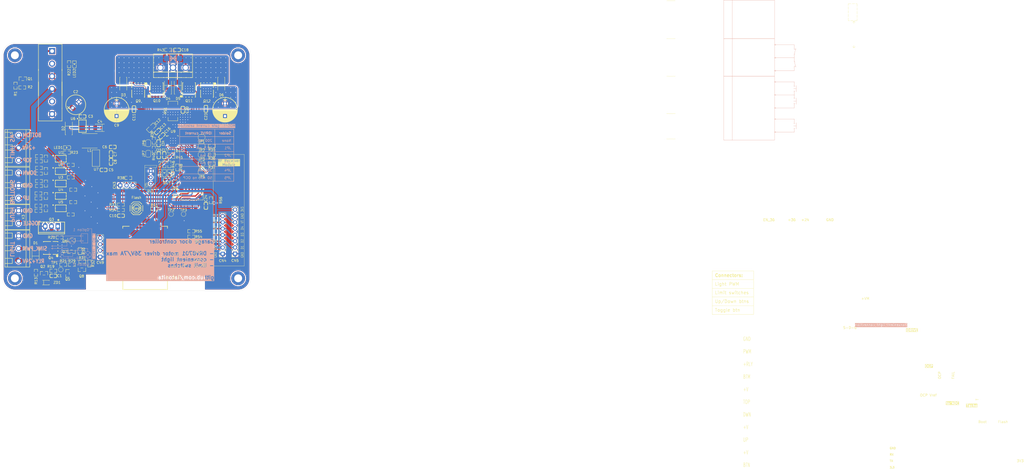
<source format=kicad_pcb>
(kicad_pcb (version 20241229) (generator "pcbnew") (generator_version "9.0")
  (layers (0 "F.Cu" signal) (2 "B.Cu" signal) (13 "F.Paste" user) (15 "B.Paste" user) (5 "F.SilkS" user "F.Silkscreen") (7 "B.SilkS" user "B.Silkscreen") (1 "F.Mask" user) (3 "B.Mask" user) (25 "Edge.Cuts" user))
  (net 0 "")
  (net 1 "LIM_SW_BOTTOM")
  (net 2 "LIM_SW_TOP")
  (net 3 "+36V")
  (net 4 "MOTOR_TACHO")
  (net 5 "PUSH_UP")
  (net 6 "PUSH_DOWN")
  (net 7 "LIM_TOP")
  (net 8 "/CPH")
  (net 9 "LIM_BOTTOM")
  (net 10 "/CPL")
  (net 11 "/VCP")
  (net 12 "Net-(C18-Pad1)")
  (net 13 "/RX")
  (net 14 "/TX")
  (net 15 "/PRE_5V")
  (net 17 "/BOOT_MODE")
  (net 19 "Net-(Q1-G)")
  (net 20 "PSU_36")
  (net 21 "+24V")
  (net 22 "GND")
  (net 24 "SH1")
  (net 25 "SH2")
  (net 26 "PUSH_TOGGLE")
  (net 28 "+5V")
  (net 30 "/MCU_PWM_LIGHT")
  (net 32 "Net-(Q2-B)")
  (net 33 "Net-(Q8-B)")
  (net 34 "Net-(R14-Pad2)")
  (net 35 "Net-(R14-Pad1)")
  (net 36 "Net-(R15-Pad1)")
  (net 37 "LIGHT_LOW")
  (net 38 "Net-(R15-Pad2)")
  (net 39 "Net-(R16-Pad1)")
  (net 40 "Net-(JP8-B)")
  (net 41 "Net-(R16-Pad2)")
  (net 42 "Net-(R17-Pad1)")
  (net 43 "/GH2")
  (net 44 "/GL2")
  (net 45 "/AVDD")
  (net 46 "/DVDD")
  (net 47 "/VREF")
  (net 48 "Net-(LED1-A)")
  (net 49 "Net-(LED2-A)")
  (net 50 "/SO")
  (net 51 "Net-(LED4-A)")
  (net 54 "/15V")
  (net 55 "Net-(LED3-A)")
  (net 61 "Net-(R11-Pad2)")
  (net 62 "Net-(R10-Pad2)")
  (net 63 "Net-(R12-Pad2)")
  (net 64 "Net-(SW1-C)")
  (net 65 "Net-(SW2-C)")
  (net 66 "REQ_DOWN")
  (net 67 "REQ_UP")
  (net 68 "/GL1")
  (net 69 "/GH1")
  (net 70 "/SP")
  (net 71 "/VREF_FIX")
  (net 72 "/VREF_VAR")
  (net 73 "/IDRIVE")
  (net 74 "/IDRV2")
  (net 75 "/IDRV3")
  (net 76 "/IDRV4")
  (net 77 "+3V3")
  (net 78 "/L_GATE_DRV")
  (net 79 "/L_POLE")
  (net 80 "/L_POLE_DRV")
  (net 81 "/L_V_FLW")
  (net 82 "/L_V_FLW_N")
  (net 83 "/MCU_PWM_UP")
  (net 84 "/MCU_PWM_DN")
  (net 85 "/MCU_PSU_ON")
  (net 86 "REQ_TOGGLE")
  (net 92 "/DRV_SO")
  (net 93 "/DRV_SNSOUT")
  (net 94 "/DRV_FAULT")
  (net 95 "/MCU_MOTOR_EN")
  (net 96 "/SN_MOTOR_TACHO")
  (net 97 "/SN_PWM_DOWN")
  (net 98 "/SN_PWM_UP")
  (net 99 "/RF_VT")
  (net 100 "/RF_D2")
  (net 101 "/RF_D3")
  (net 102 "/RF_D0")
  (net 103 "/RF_D1")
  (net 104 "/RF_D1_MCU")
  (net 105 "/RF_D0_MCU")
  (net 106 "/RF_D2_MCU")
  (net 107 "/RF_D3_MCU")
  (net 108 "/RF_VT_MCU")
  (net 109 "/EN")
  (net 110 "Net-(U10-3A)")
  (footprint "easyeda2kicad:R0603" (layer "F.Cu") (at 134.4 95.15 180)
    (property "Reference" "R36")
    (property "Value" "200k")
  )
  (footprint "easyeda2kicad:R0603" (layer "F.Cu") (at 64.7 95.76)
    (property "Reference" "R3" (hide yes))
    (property "Value" "2k2")
  )
  (footprint "easyeda2kicad:R2512" (layer "F.Cu") (at 118.7 77.5 90)
    (property "Reference" "RS1")
    (property "Value" "0.010/1W")
  )
  (footprint "easyeda2kicad:TestPoint_Pad_D1.5mm" (layer "F.Cu") (at 123 119.07639)
    (property "Reference" "TP3")
    (property "Value" "TestPoint")
  )
  (footprint "easyeda2kicad:CASE-B_3528" (layer "F.Cu") (at 89.25 84.25 180)
    (property "Reference" "C4")
    (property "Value" "100uF")
  )
  (footprint "easyeda2kicad:PDFN-8_L5.9-W5.2-P1.27-LS6.2-BL" (layer "F.Cu") (at 132.45 69 180)
    (property "Reference" "Q12")
    (property "Value" "SL142N06Q")
  )
  (footprint "easyeda2kicad:SOD-123_L2.7-W1.6-LS3.8-RD" (layer "F.Cu") (at 67.5 146.7)
    (property "Reference" "ZD1")
    (property "Value" "BZT52C15")
  )
  (footprint "easyeda2kicad:R0603" (layer "F.Cu") (at 117.25 99 90)
    (property "Reference" "R46")
    (property "Value" "680")
  )
  (footprint "easyeda2kicad:R0603" (layer "F.Cu") (at 64.5 117.76)
    (property "Reference" "R11" (hide yes))
    (property "Value" "2k2")
  )
  (footprint "easyeda2kicad:R0603" (layer "F.Cu") (at 67.5 111.76 90)
    (property "Reference" "R17" (hide yes))
    (property "Value" "680")
  )
  (footprint "easyeda2kicad:C0805" (layer "F.Cu") (at 110 84.25 45)
    (property "Reference" "C12")
    (property "Value" "10uF/50V")
  )
  (footprint "easyeda2kicad:C0603" (layer "F.Cu") (at 120.350001 52.850477)
    (property "Reference" "C18")
    (property "Value" "22nF")
  )
  (footprint "easyeda2kicad:SW-SMD_4P-L5.1-W5.1-P3.70-LS6.5-TL_H1.5" (layer "F.Cu") (at 129.25 139.25 180)
    (property "Reference" "SW2" (hide yes))
    (property "Value" "TS-1187A-B-A-B")
  )
  (footprint "easyeda2kicad:R0603" (layer "F.Cu") (at 123.5 137.5 -90)
    (property "Reference" "R49")
    (property "Value" "10")
  )
  (footprint "easyeda2kicad:C0603" (layer "F.Cu") (at 90.75 101.25 180)
    (property "Reference" "C5")
    (property "Value" "10uF")
  )
  (footprint "easyeda2kicad:R0603" (layer "F.Cu") (at 111 89.5 -90)
    (property "Reference" "R39")
    (property "Value" "2k")
  )
  (footprint "easyeda2kicad:R0603" (layer "F.Cu") (at 81.25 134 -90)
    (property "Reference" "R30")
    (property "Value" "10k")
  )
  (footprint "easyeda2kicad:R0603" (layer "F.Cu") (at 70.5 142 180)
    (property "Reference" "R19")
    (property "Value" "1k")
  )
  (footprint "easyeda2kicad:CAP-TH_BD10.0-P5.00-D1.0-FD" (layer "F.Cu") (at 96 77 -90)
    (property "Reference" "C9")
    (property "Value" "470uF/50V")
  )
  (footprint "easyeda2kicad:R0603" (layer "F.Cu") (at 64.7 105.76)
    (property "Reference" "R8" (hide yes))
    (property "Value" "2k2")
  )
  (footprint "easyeda2kicad:R0603" (layer "F.Cu") (at 126.095188 134.25)
    (property "Reference" "R52")
    (property "Value" "10")
  )
  (footprint "easyeda2kicad:SMA_L4.3-W2.6-LS5.2-RD" (layer "F.Cu") (at 138.2 66.5 90)
    (property "Reference" "D6")
    (property "Value" "SS36")
  )
  (footprint "easyeda2kicad:C0603" (layer "F.Cu") (at 132 115.75 -90)
    (property "Reference" "C24")
    (property "Value" "100nF")
  )
  (footprint "easyeda2kicad:R0603" (layer "F.Cu") (at 64.7 100.46)
    (property "Reference" "R6" (hide yes))
    (property "Value" "2k2")
  )
  (footprint "easyeda2kicad:R0603" (layer "F.Cu") (at 115.25 99 90)
    (property "Reference" "R42")
    (property "Value" "680")
  )
  (footprint "easyeda2kicad:R0603" (layer "F.Cu") (at 97.75 115.25 180)
    (property "Reference" "R33")
    (property "Value" "10k")
  )
  (footprint "easyeda2kicad:C0603" (layer "F.Cu") (at 122.700001 77 90)
    (property "Reference" "C20")
    (property "Value" "1nF")
  )
  (footprint "easyeda2kicad:SOT-23-3_L2.9-W1.3-P1.90-LS2.4-BR" (layer "F.Cu") (at 77.8 129.5 -90)
    (property "Reference" "Q6")
    (property "Value" "SS8550")
  )
  (footprint "easyeda2kicad:R0603" (layer "F.Cu") (at 126.095188 126)
    (property "Reference" "R55")
    (property "Value" "10")
  )
  (footprint "Jumper:SolderJumper-2_P1.3mm_Open_RoundedPad1.0x1.5mm" (layer "F.Cu") (at 130.25 95.15 180)
    (property "Reference" "JP3")
    (property "Value" "SolderJumper_2_Open")
  )
  (footprint "easyeda2kicad:R0603" (layer "F.Cu") (at 116.25 105.25 180)
    (property "Reference" "R47")
    (property "Value" "10k")
  )
  (footprint "easyeda2kicad:LED0603-RD" (layer "F.Cu") (at 79 58.649999 90)
    (property "Reference" "LED2")
    (property "Value" "KT-0603R")
  )
  (footprint "easyeda2kicad:C0603" (layer "F.Cu") (at 112.985 95.352214 90)
    (property "Reference" "C15")
    (property "Value" "1uF")
  )
  (footprint "easyeda2kicad:R0603" (layer "F.Cu") (at 111 93 90)
    (property "Reference" "R40")
    (property "Value" "4.7k")
  )
  (footprint "easyeda2kicad:R0603" (layer "F.Cu") (at 120.5 100.25 90)
    (property "Reference" "R48")
    (property "Value" "7.5k")
  )
  (footprint "easyeda2kicad:SOT-23-3_L2.9-W1.3-P1.90-LS2.4-BR" (layer "F.Cu") (at 76.25 143 180)
    (property "Reference" "Q5")
    (property "Value" "SS8050")
  )
  (footprint "easyeda2kicad:PDFN-8_L5.9-W5.2-P1.27-LS6.2-BL" (layer "F.Cu") (at 69.44 132.75 90)
    (property "Reference" "Q4")
    (property "Value" "SL142N06Q")
  )
  (footprint "easyeda2kicad:SMA_L4.3-W2.6-LS5.2-RD" (layer "F.Cu") (at 76.75 84.5 -90)
    (property "Reference" "D2")
    (property "Value" "SS34")
  )
  (footprint "Jumper:SolderJumper-2_P1.3mm_Open_RoundedPad1.0x1.5mm" (layer "F.Cu") (at 130.25 88.05 180)
    (property "Reference" "JP1")
    (property "Value" "SolderJumper_2_Open")
  )
  (footprint "easyeda2kicad:SOIC-14_L8.7-W3.9-P1.27-LS6.0-BL" (layer "F.Cu") (at 126.5 111.84194 180)
    (property "Reference" "U10")
    (property "Value" "SN74HCS08DR")
  )
  (footprint "easyeda2kicad:R0603" (layer "F.Cu") (at 74.5 139.5 180)
    (property "Reference" "R21")
    (property "Value" "1k")
  )
  (footprint "easyeda2kicad:SMA_L4.3-W2.6-LS5.2-RD" (layer "F.Cu") (at 98.7 66.5 90)
    (property "Reference" "D3")
    (property "Value" "SS36")
  )
  (footprint "Jumper:SolderJumper-2_P1.3mm_Open_RoundedPad1.0x1.5mm" (layer "F.Cu") (at 108.75 90.5 -90)
    (property "Reference" "JP6")
    (property "Value" "SolderJumper_2_Open")
  )
  (footprint "Jumper:SolderJumper-2_P1.3mm_Open_RoundedPad1.0x1.5mm" (layer "F.Cu") (at 130.25 102.25 180)
    (property "Reference" "JP5")
    (property "Value" "SolderJumper_2_Open")
  )
  (footprint "MountingHole:MountingHole_3.2mm_M3_DIN965_Pad" (layer "F.Cu") (at 145 145)
    (property "Reference" "H4" (hide yes))
    (property "Value" "MountingHole" (hide yes))
  )
  (footprint "easyeda2kicad:SOT-23-3_L2.9-W1.3-P1.90-LS2.4-BR" (layer "F.Cu") (at 58.2 64.5 90)
    (property "Reference" "Q1")
    (property "Value" "AO3400A")
  )
  (footprint "easyeda2kicad:C0603" (layer "F.Cu") (at 103 76.75 90)
    (property "Reference" "C11")
    (property "Value" "1uF")
  )
  (footprint "easyeda2kicad:R0603" (layer "F.Cu") (at 82.2 138.25)
    (property "Reference" "R31")
    (property "Value" "1k")
  )
  (footprint "easyeda2kicad:C0603" (layer "F.Cu") (at 93.75 98 90)
    (property "Reference" "C8")
    (property "Value" "100nF")
  )
  (footprint "easyeda2kicad:R0603" (layer "F.Cu") (at 100.75 104.5)
    (property "Reference" "R38")
    (property "Value" "1k")
  )
  (footprint "easyeda2kicad:R0603" (layer "F.Cu") (at 67.5 101.66 90)
    (property "Reference" "R15" (hide yes))
    (property "Value" "680")
  )
  (footprint "easyeda2kicad:SOP-4_L4.4-W2.8-P1.27-LS7.0-TL" (layer "F.Cu") (at 73.5 116.76)
    (property "Reference" "U5")
    (property "Value" "EL3H7(B)(TA)-G")
  )
  (footprint "easyeda2kicad:R0603" (layer "F.Cu") (at 111.19 116.9)
    (property "Reference" "R41")
    (property "Value" "10k")
  )
  (footprint "Connector_PinSocket_2.54mm:PinSocket_1x07_P2.54mm_Vertical" (layer "F.Cu") (at 138.75 135.125 180)
    (property "Reference" "CN4")
    (property "Value" "RF-RX480E")
  )
  (footprint "Jumper:SolderJumper-2_P1.3mm_Open_RoundedPad1.0x1.5mm" (layer "F.Cu") (at 130.25 91.6 180)
    (property "Reference" "JP2")
    (property "Value" "SolderJumper_2_Open")
  )
  (footprint "easyeda2kicad:LED0603-RD" (layer "F.Cu") (at 76 92.25 180)
    (property "Reference" "LED1")
    (property "Value" "KT-0603R")
  )
  (footprint "easyeda2kicad:C0603" (layer "F.Cu") (at 112.5 85.75 -135)
    (property "Reference" "C13")
    (property "Value" "100nF")
  )
  (footprint "easyeda2kicad:R0603" (layer "F.Cu") (at 67.5 96.679253 90)
    (property "Reference" "R14" (hide yes))
    (property "Value" "680")
  )
  (footprint "easyeda2kicad:VQFN-24_L4.0-W4.0-P0.50-TL-EP2.8" (layer "F.Cu") (at 118.7 89.5)
    (property "Reference" "U9")
    (property "Value" "DRV8701PRGET")
  )
  (footprint "easyeda2kicad:C0603" (layer "F.Cu") (at 112.9 90.5 -90)
    (property "Reference" "C14")
    (property "Value" "100nF")
  )
  (footprint "easyeda2kicad:R0603" (layer "F.Cu") (at 64.5 110.76)
    (property "Reference" "R10" (hide yes))
    (property "Value" "2k2")
  )
  (footprint "easyeda2kicad:PDFN-8_L5.9-W5.2-P1.27-LS6.2-BL" (layer "F.Cu") (at 104.7 69 180)
    (property "Reference" "Q9")
    (property "Value" "SL142N06Q")
  )
  (footprint "MountingHole:MountingHole_3.2mm_M3_DIN965_Pad" (layer "F.Cu") (at 145 55)
    (property "Reference" "H3" (hide yes))
    (property "Value" "MountingHole" (hide yes))
  )
  (footprint "easyeda2kicad:R0603" (layer "F.Cu") (at 134.4 98.7 180)
    (property "Reference" "R37")
    (property "Value" "68k")
  )
  (footprint "easyeda2kicad:C0603" (layer "F.Cu") (at 94.45 92 180)
    (property "Reference" "C6")
    (property "Value" "10uF")
  )
  (footprint "easyeda2kicad:R0603" (layer "F.Cu") (at 126.095188 130.25)
    (property "Reference" "R53")
    (property "Value" "10")
  )
  (footprint "Connector_PinHeader_2.54mm:PinHeader_1x03_P2.54mm_Vertical" (layer "F.Cu") (at 97.46 107.5 90)
    (property "Reference" "CN3")
    (property "Value" "Tacho")
  )
  (footprint "easyeda2kicad:SOT-223-3_L6.5-W3.4-P2.30-LS7.0-BR" (layer "F.Cu") (at 87.779998 96.5)
    (property "Reference" "U7")
    (property "Value" "AMS1117-3.3")
  )
  (footprint "easyeda2kicad:WIFI-SMD_ESP32-WROOM-32E" (layer "F.Cu") (at 107.5 133.02 90)
    (property "Reference" "U8")
    (property "Value" "ESP32-WROOM-32E(4MB)")
  )
  (footprint "easyeda2kicad:R0603" (layer "F.Cu") (at 73.02 128.5)
    (property "Reference" "R20")
    (property "Value" "10")
  )
  (footprint "easyeda2kicad:R0603" (layer "F.Cu") (at 116.8 52.850477)
    (property "Reference" "R43")
    (property "Value" "100")
  )
  (footprint "easyeda2kicad:CAP-TH_BD8.0-P3.50-D0.6-FD" (layer "F.Cu") (at 79.5 75 45)
    (property "Reference" "C2")
    (property "Value" "220uF")
  )
  (footprint "easyeda2kicad:R0603" (layer "F.Cu") (at 64.5 112.76)
    (property "Reference" "R9" (hide yes))
    (property "Value" "2k2")
  )
  (footprint "easyeda2kicad:SMA_L4.3-W2.6-LS5.2-RD" (layer "F.Cu") (at 120.700001 68.05 -90)
    (property "Reference" "D5")
    (property "Value" "SS36")
  )
  (footprint "easyeda2kicad:SOT-23-3_L2.9-W1.3-P1.90-LS2.4-BR" (layer "F.Cu") (at 82 141.5 -90)
    (property "Reference" "Q8")
    (property "Value" "SS8050")
  )
  (footprint "easyeda2kicad:CONN-TH_3P-P5.00_WJ500V-5.08-3P" (layer "F.Cu") (at 56.5 132.96 -90)
    (property "Reference" "X4")
    (property "Value" "WJ500V-5.08-3P-14-00A")
  )
  (footprint "MountingHole:MountingHole_3.2mm_M3_DIN965_Pad" (layer "F.Cu") (at 55 145)
    (property "Reference" "H2" (hide yes))
    (property "Value" "MountingHole")
  )
  (footprint "easyeda2kicad:R0603" (layer "F.Cu") (at 63.5 142.75 -90)
    (property "Reference" "R13")
    (property "Value" "2.2k")
  )
  (footprint "easyeda2kicad:R0603" (layer "F.Cu") (at 55.25 67.25 90)
    (property "Reference" "R1")
    (property "Value" "100")
  )
  (footprint "easyeda2kicad:TestPoint_Pad_D1.5mm" (layer "F.Cu") (at 118 119.07639)
    (property "Reference" "TP2")
    (property "Value" "TestPoint")
  )
  (footprint "easyeda2kicad:CONN-TH_3P-P5.00_WJ500V-5.08-3P" (layer "F.Cu") (at 56.500001 107.56 -90)
    (property "Reference" "X2")
    (property "Value" "WJ500V-5.08-3P-14-00A" (hide yes))
  )
  (footprint "Jumper:SolderJumper-2_P1.3mm_Open_RoundedPad1.0x1.5mm" (layer "F.Cu") (at 108.75 94.75 90)
    (property "Reference" "JP7")
    (property "Value" "SolderJumper_2_Open")
  )
  (footprint "easyeda2kicad:R0603" (layer "F.Cu") (at 76.849999 58.6 -90)
    (property "Reference" "R22")
    (property "Value" "7.5k")
  )
  (footprint "easyeda2kicad:CAP-TH_BD10.0-P5.00-D1.0-FD" (layer "F.Cu") (at 139.7 77 -90)
    (property "Reference" "C25")
    (property "Value" "470uF/50V")
  )
  (footprint "easyeda2kicad:C0603" (layer "F.Cu") (at 70.5 144 180)
    (property "Reference" "C1")
    (property "Value" "100nF")
  )
  (footprint "easyeda2kicad:R0603" (layer "F.Cu") (at 78.5 109.25 180)
    (property "Reference" "R26" (hide yes))
    (property "Value" "1k")
  )
  (footprint "easyeda2kicad:R0603" (layer "F.Cu") (at 58 68)
    (property "Reference" "R2")
    (property "Value" "10k")
  )
  (footprint "easyeda2kicad:CONN-TH_6P-P5.08_CH5.08-6A" (layer "F.Cu") (at 70 65.999998 -90)
    (property "Reference" "CN1" (hide yes))
    (property "Value" "PSU" (hide yes))
  )
  (footprint "easyeda2kicad:SOP-4_L4.4-W2.8-P1.27-LS7.0-TL" (layer "F.Cu") (at 73.5 111.76)
    (property "Reference" "U4")
    (property "Value" "EL3H7(B)(TA)-G")
  )
  (footprint "easyeda2kicad:R0603" (layer "F.Cu") (at 67.5 106.76 90)
    (property "Reference" "R16" (hide yes))
    (property "Value" "680")
  )
  (footprint "easyeda2kicad:R0603" (layer "F.Cu") (at 134.4 91.6 180)
    (property "Reference" "R35")
    (property "Value" "33k")
  )
  (footprint "easyeda2kicad:R0603" (layer "F.Cu") (at 64.7 102.76)
    (property "Reference" "R5" (hide yes))
    (property "Value" "2k2")
  )
  (footprint "easyeda2kicad:R0603" (layer "F.Cu") (at 117.985 93.75)
    (property "Reference" "R44")
    (property "Value" "10k")
  )
  (footprint "easyeda2kicad:R0603" (layer "F.Cu") (at 64.5 115.76)
    (property "Reference" "R12" (hide yes))
    (property "Value" "2k2")
  )
  (footprint "easyeda2kicad:C0603" (layer "F.Cu") (at 119.15 141.449999 -90)
    (property "Reference" "C19")
    (property "Value" "100nF")
  )
  (footprint "Jumper:SolderJumper-2_P1.3mm_Open_RoundedPad1.0x1.5mm" (layer "F.Cu") (at 119.5 106.75 90)
    (property "Reference" "JP8")
    (property "Value" "SolderJumper_2_Open")
  )
  (footprint "easyeda2kicad:R0603" (layer "F.Cu") (at 78.5 114.25 180)
    (property "Reference" "R27" (hide yes))
    (property "Value" "1k")
  )
  (footprint "easyeda2kicad:CONN-TH_CH5.08-3A" (layer "F.Cu") (at 118.7325 60 180)
    (property "Reference" "CN2" (hide yes))
    (property "Value" "Motor" (hide yes))
  )
  (footprint "easyeda2kicad:C0603" (layer "F.Cu") (at 82.262961 79.7 180)
    (property "Reference" "C3")
    (property "Value" "1uF")
  )
  (footprint "Connector_PinHeader_2.54mm:PinHeader_1x04_P2.54mm_Vertical" (layer "F.Cu") (at 89.4 136.329999 180)
    (property "Reference" "CN9")
    (property "Value" "UART")
  )
  (footprint "easyeda2kicad:R0603" (layer "F.Cu") (at 85 139 90)
    (property "Reference" "R32")
    (property "Value" "1k")
  )
  (footprint "easyeda2kicad:SW-SMD_4P-L5.1-W5.1-P3.70-LS6.5-TL_H1.5" (layer "F.Cu") (at 104 116.75)
    (property "Reference" "SW1" (hide yes))
    (property "Value" "TS-1187A-B-A-B")
  )
  (footprint "easyeda2kicad:RES-ADJ-TH_3296W" (layer "F.Cu") (at 109.75 104.25 180)
    (property "Reference" "RV1")
    (property "Value" "5k")
  )
  (footprint "easyeda2kicad:SOT-23-3_L2.9-W1.3-P1.90-LS2.4-BR" (layer "F.Cu") (at 77.8 134.25 -90)
    (property "Reference" "Q7")
    (property "Value" "SS8050")
  )
  (footprint "Jumper:SolderJumper-2_P1.3mm_Open_RoundedPad1.0x1.5mm" (layer "F.Cu") (at 130.25 98.7 180)
    (property "Reference" "JP4")
    (property "Value" "SolderJumper_2_Open")
  )
  (footprint "easyeda2kicad:R0603" (layer "F.Cu") (at 134 113.5 -90)
    (property "Reference" "R56")
    (property "Value" "10k")
  )
  (footprint "easyeda2kicad:R0603" (layer "F.Cu") (at 126.095188 128.25)
    (property "Reference" "R54")
    (property "Value" "10")
  )
  (footprint "easyeda2kicad:SMA_L4.3-W2.6-LS5.2-RD" (layer "F.Cu") (at 63.34 135.16 90)
    (property "Reference" "D1")
    (property "Value" "SS34")
  )
  (footprint "easyeda2kicad:LED0603-RD" (layer "F.Cu") (at 117.25 102.549999 90)
    (property "Reference" "LED4")
    (property "Value" "KT-0603R")
  )
  (footprint "easyeda2kicad:LED0603-RD" (layer "F.Cu") (at 115.25 102.549999 90)
    (property "Reference" "LED3")
    (property "Value" "KT-0603R")
  )
  (footprint "easyeda2kicad:C0603" (layer "F.Cu") (at 115.235 95.352214 90)
    (property "Reference" "C17")
    (property "Value" "1uF")
  )
  (footprint "easyeda2kicad:R0603" (layer "F.Cu") (at 126.095188 132.25)
    (property "Reference" "R51")
    (property "Value" "10")
  )
  (footprint "easyeda2kicad:SMA_L4.3-W2.6-LS5.2-RD" (layer "F.Cu") (at 116.700001 68.05 -90)
    (property "Reference" "D4")
    (property "Value" "SS36")
  )
  (footprint "easyeda2kicad:CONN-TH_3P-P5.00_WJ500V-5.08-3P" (layer "F.Cu") (at 56.500001 92.32 -90)
    (property "Reference" "X1")
    (property "Value" "WJ500V-5.08-3P-14-00A" (hide yes))
  )
  (footprint "easyeda2kicad:R0603" (layer "F.Cu") (at 78 139.5)
    (property "Reference" "R29")
    (property "Value" "150")
  )
  (footprint "easyeda2kicad:PDFN-8_L5.9-W5.2-P1.27-LS6.2-BL" (layer "F.Cu") (at 125.200001 69)
    (property "Reference" "Q11")
    (property "Value" "SL142N06Q")
  )
  (footprint "easyeda2kicad:C0603" (layer "F.Cu") (at 97.75 119.75)
    (property "Reference" "C10")
    (property "Value" "100nF")
  )
  (footprint "easyeda2kicad:C0603" (layer "F.Cu") (at 132 76.6 90)
    (property "Reference" "C23")
    (property "Value" "1uF")
  )
  (footprint "easyeda2kicad:R0603" (layer "F.Cu") (at 67.5 116.76 90)
    (property "Reference" "R18" (hide yes))
    (property "Value" "680")
  )
  (footprint "easyeda2kicad:TestPoint_Pad_D1.5mm" (layer "F.Cu") (at 73.5 141.5)
    (property "Reference" "TP1")
    (property "Value" "TestPoint")
  )
  (footprint "easyeda2kicad:SOP-4_L4.4-W2.8-P1.27-LS7.0-TL" (layer "F.Cu") (at 73.5 96.76)
    (property "Reference" "U1")
    (property "Value" "EL3H7(B)(TA)-G")
  )
  (footprint "easyeda2kicad:R0603" (layer "F.Cu") (at 97.75 117.45 180)
    (property "Reference" "R34")
    (property "Value" "10")
  )
  (footprint "easyeda2kicad:R0603" (layer "F.Cu") (at 77.5 99.26 180)
    (property "Reference" "R24" (hide yes))
    (property "Value" "1k")
  )
  (footprint "easyeda2kicad:R0603" (layer "F.Cu") (at 77.5 119.26 180)
    (property "Reference" "R28" (hide yes))
    (property "Value" "1k")
  )
  (footprint "easyeda2kicad:R0603" (layer "F.Cu") (at 64.7 107.76)
    (property "Reference" "R7" (hide yes))
    (property "Value" "2k2")
  )
  (footprint "easyeda2kicad:R0603" (layer "F.Cu") (at 117.985 96)
    (property "Reference" "R45")
    (property "Value" "10k")
  )
  (footprint "easyeda2kicad:R0603" (layer "F.Cu") (at 64.7 97.76)
    (property "Reference" "R4" (hide yes))
    (property "Value" "2k2")
  )
  (footprint "MountingHole:MountingHole_3.2mm_M3_DIN965_Pad" (layer "F.Cu") (at 55 55)
    (property "Reference" "H1" (hide yes))
    (property "Value" "MountingHole" (hide yes))
  )
  (footprint "easyeda2kicad:R0603" (layer "F.Cu") (at 76 94.250001)
    (property "Reference" "R23")
    (property "Value" "680")
  )
  (footprint "easyeda2kicad:C0603" (layer "F.Cu") (at 93.75 94.9 90)
    (property "Reference" "C7")
    (property "Value" "100nF")
  )
  (footprint "easyeda2kicad:IND-SMD_L5.8-W5.2" (layer "F.Cu") (at 85.08 89.5 180)
    (property "Reference" "L1")
    (property "Value" "CY54-68UH")
  )
  (footprint "easyeda2kicad:SOT-23-3_L2.9-W1.3-P1.90-LS2.4-BR" (layer "F.Cu") (at 66.75 143 90)
    (property "Reference" "Q2")
    (property "Value" "SS8050")
  )
  (footprint "easyeda2kicad:SOP-4_L4.4-W2.8-P1.27-LS7.0-TL" (layer "F.Cu") (at 73.5 101.76)
    (property "Reference" "U2")
    (property "Value" "EL3H7(B)(TA)-G")
  )
  (footprint "easyeda2kicad:SOIC-8_L5.0-W4.0-P1.27-LS6.0-BL" (layer "F.Cu") (at 82.293 83.5825)
    (property "Reference" "U6")
    (property "Value" "XL1509-5.0E1")
  )
  (footprint "easyeda2kicad:C0603" (layer "F.Cu") (at 119.15 137.5 90)
    (property "Reference" "C22")
    (property "Value" "100nF")
  )
  (footprint "easyeda2kicad:CONN-TH_2P-P5.00_WJ500V-5.08-2P" (layer "F.Cu") (at 56.5 120.26 90)
    (property "Reference" "X3")
    (property "Value" "WJ500V-5.08-2P-14-00A" (hide yes))
  )
  (footprint "easyeda2kicad:SOP-4_L4.4-W2.8-P1.27-LS7.0-TL" (layer "F.Cu") (at 73.5 106.76)
    (property "Reference" "U3")
    (property "Value" "EL3H7(B)(TA)-G")
  )
  (footprint "easyeda2kicad:TO-220-3_L10.0-W4.5-P2.54-L" (layer "F.Cu") (at 69.75 124 180)
    (property "Reference" "Q3")
    (property "Value" "IRFZ44NPBF")
  )
  (footprint "easyeda2kicad:R0603" (layer "F.Cu") (at 121.25 137.5 90)
    (property "Reference" "R50")
    (property "Value" "10k")
  )
  (footprint "easyeda2kicad:R0603" (layer "F.Cu") (at 77.5 104.26 180)
    (property "Reference" "R25" (hide yes))
    (property "Value" "1k")
  )
  (footprint "easyeda2kicad:PDFN-8_L5.9-W5.2-P1.27-LS6.2-BL" (layer "F.Cu") (at 112.200001 69)
    (property "Reference" "Q10")
    (property "Value" "SL142N06Q")
  )
  (footprint "easyeda2kicad:C0603" (layer "F.Cu") (at 121.25 141.449999 -90)
    (property "Reference" "C21")
    (property "Value" "10uF")
  )
  (footprint "Connector_PinSocket_2.54mm:PinSocket_1x08_P2.54mm_Vertical" (layer "F.Cu") (at 143.75 135.08 180)
    (property "Reference" "CN5")
    (property "Value" "RF-HCS301")
  )
  (footprint "easyeda2kicad:C0603" (layer "F.Cu") (at 114.25 87.5 45)
    (property "Reference" "C16")
    (property "Value" "1uF")
  )
  (footprint "easyeda2kicad:SMB_L4.6-W3.6-LS5.3-BI" (layer "B.Cu") (at 118.75 56.25 180)
    (property "Reference" "D7")
    (property "Value" "SMBJ36CA")
  )
  (gr_line (start 393.2 51) (end 393.2 52) (stroke (width 0.1)) (layer "F.SilkS"))
  (gr_line (start 393.2 41.25) (end 392.7 41.75) (stroke (width 0.1)) (layer "F.SilkS"))
  (gr_line (start 393.2 41.25) (end 393.7 41.75) (stroke (width 0.1)) (layer "F.SilkS"))
  (gr_line (start 317.7 88.75) (end 321.2 88.75) (stroke (width 0.1)) (layer "F.SilkS"))
  (gr_line (start 393.7 51.5) (end 393.2 52) (stroke (width 0.1)) (layer "F.SilkS"))
  (gr_rect (start 135 95) (end 147.5 140) (stroke (width 0.1)) (fill no) (layer "F.SilkS"))
  (gr_line (start 392.7 51.5) (end 393.2 52) (stroke (width 0.1)) (layer "F.SilkS"))
  (gr_rect (start 390.95 34.25) (end 394.45 41) (stroke (width 0.1) (type dash)) (fill no) (layer "F.SilkS"))
  (gr_line (start 317.7 78.5) (end 321.2 78.5) (stroke (width 0.1)) (layer "F.SilkS"))
  (gr_line (start 317.7 48.25) (end 321.2 48.25) (stroke (width 0.1)) (layer "F.SilkS"))
  (gr_line (start 317.7 63.5) (end 321.2 63.5) (stroke (width 0.1)) (layer "F.SilkS"))
  (gr_line (start 393.2 41.25) (end 393.2 42.25) (stroke (width 0.1)) (layer "F.SilkS"))
  (gr_line (start 317.75 32.95) (end 321.15 32.95) (stroke (width 0.1)) (layer "F.SilkS"))
  (gr_line (start 369.45 84.5) (end 368.95 84.5) (stroke (width 0.1)) (layer "B.SilkS"))
  (gr_line (start 83.5 136.4) (end 85.3 134.6) (stroke (width 0.1)) (layer "B.SilkS"))
  (gr_line (start 361.2 65.75) (end 361.7 66) (stroke (width 0.1)) (layer "B.SilkS"))
  (gr_rect (start 74.55 134.65) (end 78.3 136.15) (stroke (width 0.1)) (fill no) (layer "B.SilkS"))
  (gr_line (start 369.2 71) (end 369.2 72.375) (stroke (width 0.1)) (layer "B.SilkS"))
  (gr_line (start 82.1 129.9) (end 82.7 129.9) (stroke (width 0.1)) (layer "B.SilkS"))
  (gr_line (start 69.8 132) (end 70.3 132.3) (stroke (width 0.1)) (layer "B.SilkS"))
  (gr_line (start 369.1 50.75) (end 361.2 50.75) (stroke (width 0.1)) (layer "B.SilkS"))
  (gr_line (start 76 132) (end 69.8 132) (stroke (width 0.1)) (layer "B.SilkS"))
  (gr_line (start 68.9 137.1) (end 68.9 138.1) (stroke (width 0.1) (type dot)) (layer "B.SilkS"))
  (gr_line (start 369.2 65.75) (end 361.2 65.75) (stroke (width 0.1)) (layer "B.SilkS"))
  (gr_line (start 68.3 133.000001) (end 69.7 133) (stroke (width 0.1) (type dot)) (layer "B.SilkS"))
  (gr_line (start 369.9 73.5) (end 368.9 73.5) (stroke (width 0.1)) (layer "B.SilkS"))
  (gr_line (start 80.1 137.8) (end 84.4 137.8) (stroke (width 0.1)) (layer "B.SilkS"))
  (gr_rect (start 81.4 127.6) (end 81.7 128.2) (stroke (width 0.1)) (fill no) (layer "B.SilkS"))
  (gr_line (start 369.9 83.5) (end 368.9 83.5) (stroke (width 0.1)) (layer "B.SilkS"))
  (gr_line (start 86 125) (end 86 140) (stroke (width 0.1)) (layer "B.SilkS"))
  (gr_line (start 82.4 129.6) (end 82.4 130.2) (stroke (width 0.1)) (layer "B.SilkS"))
  (gr_line (start 69.875 127.9) (end 70.325 128.2) (stroke (width 0.1)) (layer "B.SilkS"))
  (gr_line (start 68.9 135.2) (end 68.9 134.35) (stroke (width 0.1)) (layer "B.SilkS"))
  (gr_line (start 361.2 86) (end 369.2 86) (stroke (width 0.1)) (layer "B.SilkS"))
  (gr_line (start 361.7 51) (end 361.2 50.75) (stroke (width 0.1)) (layer "B.SilkS"))
  (gr_line (start 369.1 56) (end 369.1 54.5) (stroke (width 0.1)) (layer "B.SilkS"))
  (gr_line (start 369.9 68.5) (end 368.9 68.5) (stroke (width 0.1)) (layer "B.SilkS"))
  (gr_line (start 70.325 127.6) (end 69.875 127.9) (stroke (width 0.1)) (layer "B.SilkS"))
  (gr_line (start 70.25 138.45) (end 69.75 138.15) (stroke (width 0.1)) (layer "B.SilkS"))
  (gr_line (start 361.2 71) (end 369.2 71) (stroke (width 0.1)) (layer "B.SilkS"))
  (gr_line (start 69.2 135.2) (end 68.6 135.2) (stroke (width 0.1)) (layer "B.SilkS"))
  (gr_line (start 369.1 56) (end 369.1 57.5) (stroke (width 0.1)) (layer "B.SilkS"))
  (gr_line (start 76.425 133) (end 76.425 134.65) (stroke (width 0.1)) (layer "B.SilkS"))
  (gr_line (start 369.45 72.375) (end 368.95 72.375) (stroke (width 0.1)) (layer "B.SilkS"))
  (gr_line (start 361.1 61.25) (end 369.1 61.25) (stroke (width 0.1)) (layer "B.SilkS"))
  (gr_line (start 369.45 54.5) (end 369.1 54.5) (stroke (width 0.1)) (layer "B.SilkS"))
  (gr_line (start 361.2 76.25) (end 369.2 76.25) (stroke (width 0.1)) (layer "B.SilkS"))
  (gr_line (start 361.2 56) (end 369.1 56) (stroke (width 0.1)) (layer "B.SilkS"))
  (gr_rect (start 81.7 127) (end 84.4 130.8) (stroke (width 0.1)) (fill no) (layer "B.SilkS"))
  (gr_line (start 76.784705 129.9) (end 76 129.9) (stroke (width 0.1)) (layer "B.SilkS"))
  (gr_line (start 369.95 74.75) (end 369.95 72.25) (stroke (width 0.1)) (layer "B.SilkS"))
  (gr_line (start 80.1 136.1) (end 80.1 137.8) (stroke (width 0.1)) (layer "B.SilkS"))
  (gr_line (start 361.7 76) (end 361.2 76.25) (stroke (width 0.1)) (layer "B.SilkS"))
  (gr_line (start 69.75 138.05) (end 70.25 137.75) (stroke (width 0.1)) (layer "B.SilkS"))
  (gr_line (start 369.2 80.75) (end 369.2 82.5) (stroke (width 0.1)) (layer "B.SilkS"))
  (gr_line (start 361.7 70.75) (end 361.2 71) (stroke (width 0.1)) (layer "B.SilkS"))
  (gr_line (start 369.2 71) (end 369.2 69.5) (stroke (width 0.1)) (layer "B.SilkS"))
  (gr_line (start 369.2 76.25) (end 369.2 74.5) (stroke (width 0.1)) (layer "B.SilkS"))
  (gr_rect (start 340.7 32.75) (end 361.2 48.25) (stroke (width 0.1)) (fill no) (layer "B.SilkS"))
  (gr_line (start 74.4 127.9) (end 81.4 127.9) (stroke (width 0.1)) (layer "B.SilkS"))
  (gr_rect (start 340.7 48.25) (end 361.2 63.5) (stroke (width 0.1)) (fill no) (layer "B.SilkS"))
  (gr_line (start 86 125) (end 85 125) (stroke (width 0.1)) (layer "B.SilkS"))
  (gr_line (start 76 129.9) (end 76 132) (stroke (width 0.1)) (layer "B.SilkS"))
  (gr_line (start 368.95 74.5) (end 369.45 74.5) (stroke (width 0.1)) (layer "B.SilkS"))
  (gr_line (start 368.95 67.5) (end 369.45 67.5) (stroke (width 0.1)) (layer "B.SilkS"))
  (gr_line (start 368.95 82.5) (end 369.45 82.5) (stroke (width 0.1)) (layer "B.SilkS"))
  (gr_line (start 86 140) (end 85 140) (stroke (width 0.1)) (layer "B.SilkS"))
  (gr_line (start 83.5 134.6) (end 85.3 136.4) (stroke (width 0.1)) (layer "B.SilkS"))
  (gr_line (start 69.825 127.9) (end 74.4 127.9) (stroke (width 0.1)) (layer "B.SilkS"))
  (gr_line (start 369.45 69.5) (end 368.95 69.5) (stroke (width 0.1)) (layer "B.SilkS"))
  (gr_line (start 69.8 132) (end 70.3 131.7) (stroke (width 0.1)) (layer "B.SilkS"))
  (gr_line (start 361.7 61) (end 361.2 61.25) (stroke (width 0.1)) (layer "B.SilkS"))
  (gr_line (start 361.7 61.5) (end 361.2 61.25) (stroke (width 0.1)) (layer "B.SilkS"))
  (gr_circle (center 78.1 129.9) (end 76.8 129.7) (stroke (width 0.1)) (fill no) (layer "B.SilkS"))
  (gr_line (start 369.1 50.75) (end 369.1 52.5) (stroke (width 0.1)) (layer "B.SilkS"))
  (gr_line (start 344.2 32.75) (end 344.2 89.25) (stroke (width 0.1)) (layer "B.SilkS"))
  (gr_line (start 76.425 136.15) (end 76.425 138.1) (stroke (width 0.1)) (layer "B.SilkS"))
  (gr_line (start 369.2 57.5) (end 369.7 59.75) (stroke (width 0.1)) (layer "B.SilkS"))
  (gr_line (start 361.2 76.25) (end 361.7 76.5) (stroke (width 0.1)) (layer "B.SilkS"))
  (gr_line (start 77.2 130.8) (end 79 129) (stroke (width 0.1)) (layer "B.SilkS"))
  (gr_line (start 361.2 80.75) (end 361.7 81) (stroke (width 0.1)) (layer "B.SilkS"))
  (gr_line (start 369.2 65.75) (end 369.2 67.5) (stroke (width 0.1)) (layer "B.SilkS"))
  (gr_line (start 369.45 57.5) (end 369.1 57.5) (stroke (width 0.1)) (layer "B.SilkS"))
  (gr_line (start 361.7 56.25) (end 361.2 56) (stroke (width 0.1)) (layer "B.SilkS"))
  (gr_rect (start 340.7 63.5) (end 361.2 89.25) (stroke (width 0.1)) (fill no) (layer "B.SilkS"))
  (gr_line (start 70.3 133.3) (end 69.8 133) (stroke (width 0.1)) (layer "B.SilkS"))
  (gr_line (start 69.8 133) (end 70.3 132.7) (stroke (width 0.1)) (layer "B.SilkS"))
  (gr_line (start 84.4 136.815295) (end 84.4 137.8) (stroke (width 0.1)) (layer "B.SilkS"))
  (gr_line (start 361.2 80.75) (end 369.2 80.75) (stroke (width 0.1)) (layer "B.SilkS"))
  (gr_line (start 369.1 52.5) (end 369.9 52.5) (stroke (width 0.1)) (layer "B.SilkS"))
  (gr_line (start 68.9 134.099999) (end 68.9 133) (stroke (width 0.1) (type dot)) (layer "B.SilkS"))
  (gr_line (start 369.2 86) (end 369.2 84.5) (stroke (width 0.1)) (layer "B.SilkS"))
  (gr_line (start 69.6 138.1) (end 68.1 138.1) (stroke (width 0.1) (type dot)) (layer "B.SilkS"))
  (gr_line (start 79.415295 129.9) (end 81.384705 129.9) (stroke (width 0.1)) (layer "B.SilkS"))
  (gr_line (start 361.7 50.5) (end 361.2 50.75) (stroke (width 0.1)) (layer "B.SilkS"))
  (gr_line (start 369.95 84.75) (end 369.95 82.25) (stroke (width 0.1)) (layer "B.SilkS"))
  (gr_line (start 68.9 136.2) (end 68.9 136.85) (stroke (width 0.1)) (layer "B.SilkS"))
  (gr_line (start 69.2 136.2) (end 68.6 136.2) (stroke (width 0.1)) (layer "B.SilkS"))
  (gr_line (start 361.7 86.25) (end 361.2 86) (stroke (width 0.1)) (layer "B.SilkS"))
  (gr_line (start 77.2 129) (end 79 130.8) (stroke (width 0.1)) (layer "B.SilkS"))
  (gr_line (start 68.6 135.2) (end 68.9 136.2) (stroke (width 0.1)) (layer "B.SilkS"))
  (gr_line (start 369.95 69.75) (end 369.95 67.25) (stroke (width 0.1)) (layer "B.SilkS"))
  (gr_line (start 369.1 61.25) (end 369.1 59.5) (stroke (width 0.1)) (layer "B.SilkS"))
  (gr_line (start 84.4 133) (end 84.4 134.2) (stroke (width 0.1)) (layer "B.SilkS"))
  (gr_circle (center 84.4 135.5) (end 83.1 135.3) (stroke (width 0.1)) (fill no) (layer "B.SilkS"))
  (gr_line (start 81.2 135.3) (end 78.3 135.3) (stroke (width 0.1) (type dot)) (layer "B.SilkS"))
  (gr_line (start 80.1 133) (end 84.4 133) (stroke (width 0.1)) (layer "B.SilkS"))
  (gr_rect (start 81.4 129.6) (end 81.7 130.2) (stroke (width 0.1)) (fill no) (layer "B.SilkS"))
  (gr_line (start 69.675 133) (end 76.425 133) (stroke (width 0.1)) (layer "B.SilkS"))
  (gr_line (start 369.125 59.5) (end 369.875 59.5) (stroke (width 0.1)) (layer "B.SilkS"))
  (gr_line (start 361.7 65.5) (end 361.2 65.75) (stroke (width 0.1)) (layer "B.SilkS"))
  (gr_line (start 361.7 55.75) (end 361.2 56) (stroke (width 0.1)) (layer "B.SilkS"))
  (gr_line (start 76.425 138.1) (end 69.7 138.1) (stroke (width 0.1)) (layer "B.SilkS"))
  (gr_rect (start 73.6 133.8) (end 82.5 136.9) (stroke (width 0.1)) (fill no) (layer "B.SilkS"))
  (gr_line (start 82.4 127.6) (end 82.4 128.2) (stroke (width 0.1)) (layer "B.SilkS"))
  (gr_line (start 361.7 85.75) (end 361.2 86) (stroke (width 0.1)) (layer "B.SilkS"))
  (gr_line (start 361.2 71) (end 361.7 71.25) (stroke (width 0.1)) (layer "B.SilkS"))
  (gr_line (start 80.1 134.7) (end 80.1 133) (stroke (width 0.1)) (layer "B.SilkS"))
  (gr_line (start 80.1 134.7) (end 80.9 135.9) (stroke (width 0.1)) (layer "B.SilkS"))
  (gr_line (start 68.9 136.2) (end 69.2 135.2) (stroke (width 0.1)) (layer "B.SilkS"))
  (gr_line (start 369.2 54.5) (end 369.7 52.25) (stroke (width 0.1)) (layer "B.SilkS"))
  (gr_line (start 361.7 80.5) (end 361.2 80.75) (stroke (width 0.1)) (layer "B.SilkS"))
  (gr_line (start 50 55) (end 50 145) (stroke (width 0.05)) (layer "Edge.Cuts"))
  (gr_line (start 55 150) (end 145 150) (stroke (width 0.05)) (layer "Edge.Cuts"))
  (gr_arc (start 150 145) (mid 148.535534 148.535534) (end 145 150) (stroke (width 0.05)) (layer "Edge.Cuts"))
  (gr_line (start 145 50) (end 55 50) (stroke (width 0.05)) (layer "Edge.Cuts"))
  (gr_line (start 150 145) (end 150 55) (stroke (width 0.05)) (layer "Edge.Cuts"))
  (gr_arc (start 55 150) (mid 51.464466 148.535534) (end 50 145) (stroke (width 0.05)) (layer "Edge.Cuts"))
  (gr_arc (start 50 55) (mid 51.464466 51.464466) (end 55 50) (stroke (width 0.05)) (layer "Edge.Cuts"))
  (gr_arc (start 145 50) (mid 148.535534 51.464466) (end 150 55) (stroke (width 0.05)) (layer "Edge.Cuts"))
  (gr_text "GND\n\nPWM\n\n+RLY\n\nBTM\n\n+V\n\nTOP\n\nDWN\n\n+V\n\nUP\n\n+V\n\nBTN" (at 348.45 221.25 0) (layer "F.SilkS") (effects (font (size 1.58 1) (thickness 0.125)) (justify left bottom)))
  (gr_text "T" (at 443.5 193.45 90) (layer "F.SilkS") (effects (font (size 1 1)) (justify right bottom)))
  (gr_text "to ADC" (at 430.25 196 0) (layer "F.SilkS" knockout) (effects (font (size 1 1) (thickness 0.25) (bold yes)) (justify left bottom)))
  (gr_text "EN_36       +36   +24         GND" (at 356.5 122 0) (layer "F.SilkS") (effects (font (size 1 1) (thickness 0.1875)) (justify left bottom)))
  (gr_text "OCP" (at 421.75 181 0) (layer "F.SilkS" knockout) (effects (font (size 1 1) (thickness 0.25) (bold yes)) (justify left bottom)))
  (gr_text "OCP" (at 428.35175 182.5 90) (layer "F.SilkS") (effects (font (size 1 1)) (justify right bottom)))
  (gr_text "Tacho" (at 438.4 196.95 0) (layer "F.SilkS" knockout) (effects (font (size 1 1) (thickness 0.25) (bold yes)) (justify left bottom)))
  (gr_text "+VM" (at 399.5 153.75 0) (layer "F.SilkS") (effects (font (size 1 1)) (justify right bottom)))
  (gr_text "GND  D1  D2  D3  D4  VT GND 3V3" (at 147.25 136.75 90) (layer "F.SilkS") (effects (font (size 1 0.75) (thickness 0.1)) (justify left bottom)))
  (gr_text "Boot      Flash" (at 443.25 203.5 0) (layer "F.SilkS") (effects (font (size 1 1) (thickness 0.125)) (justify left bottom)))
  (gr_text "GND 3V3  D0  D1  D2  D3  VT" (at 136.5 136.75 90) (layer "F.SilkS") (effects (font (size 1 0.75) (thickness 0.1)) (justify left bottom)))
  (gr_text "OCP Vref" (at 419.75 192.75 0) (layer "F.SilkS") (effects (font (size 1 1)) (justify left bottom)))
  (gr_text "S-D-G" (at 388.75 165.5 0) (layer "F.SilkS") (effects (font (size 1 1)) (justify left bottom)))
  (gr_text "Flash" (at 104 113 0) (layer "F.SilkS") (effects (font (size 1 1)) (justify bottom)))
  (gr_text "RF Receiver\nModule" (at 141.25 99.75 0) (layer "F.SilkS" knockout) (effects (font (size 1 1) (thickness 0.1)) (justify bottom)))
  (gr_text "FAIL" (at 433.75 185.75 90) (layer "F.SilkS") (effects (font (size 1 1)) (justify left bottom)))
  (gr_text "GND\n\nRX\n\nTX\n\n3.3" (at 407.5 221.75 0) (layer "F.SilkS") (effects (font (size 0.8 0.8) (thickness 0.1875)) (justify left bottom)))
  (gr_text "Reset" (at 129.25 143.25 0) (layer "F.SilkS") (effects (font (size 1 1)) (justify bottom)))
  (gr_text "IDRIVE" (at 414 166.5 0) (layer "F.SilkS" knockout) (effects (font (size 1 1) (thickness 0.25) (bold yes)) (justify left bottom)))
  (gr_text "3V3" (at 458.75 219.25 0) (layer "F.SilkS") (effects (font (size 1 1)) (justify left bottom)))
  (gr_text "Either 1 OR 2" (at 86.25 137.5 270) (layer "B.SilkS" knockout) (effects (font (size 1 1) (thickness 0.1)) (justify left bottom mirror)))
  (gr_text "MOSFET gate current selection" (at 144 84 0) (layer "B.SilkS" knockout) (effects (font (size 1 1) (thickness 0.1)) (justify left bottom mirror)))
  (gr_text "LIMIT SW." (at 53 86 270) (layer "B.SilkS") (effects (font (size 1.58 1.5) (thickness 0.3) (bold yes)) (justify right bottom mirror)))
  (gr_text "Option 1" (at 85 126 0) (layer "B.SilkS") (effects (font (size 1 1) (thickness 0.1)) (justify left bottom mirror)))
  (gr_text "Option 2" (at 85 140 0) (layer "B.SilkS") (effects (font (size 1 1) (thickness 0.1)) (justify left bottom mirror)))
  (gr_text "Garage door controller \n\n- DRV8701 motor driver 36V/7A max\n- convenient light\n- limit switches\n\ngithub.com/latonita" (at 135.5 145.5 0) (layer "B.SilkS" knockout) (effects (font (size 1.5 1.5) (thickness 0.3) (bold yes)) (justify left bottom mirror)))
  (gr_text "LIGHT" (at 53 130 270) (layer "B.SilkS") (effects (font (size 1.58 1.5) (thickness 0.3) (bold yes)) (justify right bottom mirror)))
  (gr_text "Convenient light connection" (at 414.8 164.35 0) (layer "B.SilkS" knockout) (effects (font (size 1 1) (thickness 0.1)) (justify left bottom mirror)))
  (gr_text "BOTTOM\n\n+24V\n\nTOP\n\nDOWN\n\nGND\n\nUP\n\nGND\n\nTOGGLE\n\nGND\n\nSINK_PWM\n\nRLY+24V" (at 58 139 0) (layer "B.SilkS") (effects (font (size 1.58 1.3) (thickness 0.3) (bold yes)) (justify right bottom mirror)))
  (gr_text "PUSH BUTTONS" (at 53 105 270) (layer "B.SilkS") (effects (font (size 1.58 1.5) (thickness 0.3) (bold yes)) (justify right bottom mirror)))
  (table (column_count 1) (layer "F.SilkS") (border (external yes) (header yes) (stroke (width 0.1))) (separators (rows yes) (cols yes) (stroke (width 0.1))) (column_widths 16.7) (row_heights 3.5 3.5 3.5 3.5 3.5) (cells (table_cell "Connectors:" (start 336.05 142.05) (end 352.75 145.55) (margins 1.0025 1.0025 1.0025 1.0025) (span 1 1) (layer "F.SilkS") (effects (font (size 1.27 1.27) (bold yes)) (justify left top))) (table_cell "Light PWM" (start 336.05 145.55) (end 352.75 149.05) (margins 1.0025 1.0025 1.0025 1.0025) (span 1 1) (layer "F.SilkS") (effects (font (size 1.27 1.27)) (justify left top))) (table_cell "Limit switches" (start 336.05 149.05) (end 352.75 152.55) (margins 1.0025 1.0025 1.0025 1.0025) (span 1 1) (layer "F.SilkS") (effects (font (size 1.27 1.27)) (justify left top))) (table_cell "Up/Down btns" (start 336.05 152.55) (end 352.75 156.05) (margins 1.0025 1.0025 1.0025 1.0025) (span 1 1) (layer "F.SilkS") (effects (font (size 1.27 1.27)) (justify left top))) (table_cell "Toggle btn" (start 336.05 156.05) (end 352.75 159.55) (margins 1.0025 1.0025 1.0025 1.0025) (span 1 1) (layer "F.SilkS") (effects (font (size 1.27 1.27)) (justify left top)))))
  (table (column_count 2) (layer "B.SilkS") (border (external yes) (header yes) (stroke (width 0.15))) (separators (rows yes) (cols yes) (stroke (width 0.15))) (column_widths 14.2 7.65) (row_heights 3 3 3 3 3 3 3) (cells (table_cell "IDRIVE current" (start 121.4 84.85) (end 135.6 87.85) (margins 1.0025 1.0025 1.0025 1.0025) (span 1 1) (layer "B.SilkS") (effects (font (size 1 1) (bold yes)) (justify left top mirror))) (table_cell "Solder " (start 135.6 84.85) (end 143.25 87.85) (margins 1.0025 1.0025 1.0025 1.0025) (span 1 1) (layer "B.SilkS") (effects (font (size 1 1) (bold yes)) (justify left top mirror))) (table_cell "200 mA" (start 121.4 87.85) (end 135.6 90.85) (margins 1.0025 1.0025 1.0025 1.0025) (span 1 1) (layer "B.SilkS") (effects (font (size 1 1)) (justify left top mirror))) (table_cell "None" (start 135.6 87.85) (end 143.25 90.85) (margins 1.0025 1.0025 1.0025 1.0025) (span 1 1) (layer "B.SilkS") (effects (font (size 1 1)) (justify left top mirror))) (table_cell "12.5 mA" (start 121.4 90.85) (end 135.6 93.85) (margins 1.0025 1.0025 1.0025 1.0025) (span 1 1) (layer "B.SilkS") (effects (font (size 1 1)) (justify left top mirror))) (table_cell "JP1" (start 135.6 90.85) (end 143.25 93.85) (margins 1.0025 1.0025 1.0025 1.0025) (span 1 1) (layer "B.SilkS") (effects (font (size 1 1)) (justify left top mirror))) (table_cell "25 mA" (start 121.4 93.85) (end 135.6 96.85) (margins 1.0025 1.0025 1.0025 1.0025) (span 1 1) (layer "B.SilkS") (effects (font (size 1 1)) (justify left top mirror))) (table_cell "JP2" (start 135.6 93.85) (end 143.25 96.85) (margins 1.0025 1.0025 1.0025 1.0025) (span 1 1) (layer "B.SilkS") (effects (font (size 1 1)) (justify left top mirror))) (table_cell "50 mA" (start 121.4 96.85) (end 135.6 99.85) (margins 1.0025 1.0025 1.0025 1.0025) (span 1 1) (layer "B.SilkS") (effects (font (size 1 1)) (justify left top mirror))) (table_cell "JP3" (start 135.6 96.85) (end 143.25 99.85) (margins 1.0025 1.0025 1.0025 1.0025) (span 1 1) (layer "B.SilkS") (effects (font (size 1 1)) (justify left top mirror))) (table_cell "300 mA" (start 121.4 99.85) (end 135.6 102.85) (margins 1.0025 1.0025 1.0025 1.0025) (span 1 1) (layer "B.SilkS") (effects (font (size 1 1)) (justify left top mirror))) (table_cell "JP4" (start 135.6 99.85) (end 143.25 102.85) (margins 1.0025 1.0025 1.0025 1.0025) (span 1 1) (layer "B.SilkS") (effects (font (size 1 1)) (justify left top mirror))) (table_cell "50 mA, no OCP" (start 121.4 102.85) (end 135.6 105.85) (margins 1.0025 1.0025 1.0025 1.0025) (span 1 1) (layer "B.SilkS") (effects (font (size 1 1)) (justify left top mirror))) (table_cell "JP5" (start 135.6 102.85) (end 143.25 105.85) (margins 1.0025 1.0025 1.0025 1.0025) (span 1 1) (layer "B.SilkS") (effects (font (size 1 1)) (justify left top mirror)))))
  (segment (start 63.657107 94.397107) (end 56.500001 87.240001) (width 0.75) (layer "F.Cu") (net 1))
  (segment (start 63.95 95.76) (end 63.95 95.104214) (width 0.75) (layer "F.Cu") (net 1))
  (arc (start 63.95 95.104214) (mid 63.87388 94.721531) (end 63.657107 94.397107) (width 0.75) (layer "F.Cu") (net 1))
  (segment (start 62.21 100.46) (end 59.15 97.4) (width 0.75) (layer "F.Cu") (net 2))
  (segment (start 63.95 100.46) (end 62.21 100.46) (width 0.75) (layer "F.Cu") (net 2))
  (segment (start 59.15 97.4) (end 56.500001 97.4) (width 0.75) (layer "F.Cu") (net 2))
  (segment (start 76.849999 59.35) (end 76.849999 62.550001) (width 0.5) (layer "F.Cu") (net 3))
  (via blind (at 94 70) (size 0.6) (drill 0.3) (layers "F.Cu" "B.Cu") (net 3))
  (via blind (at 103.25 68.5) (size 0.5) (drill 0.3) (layers "F.Cu" "B.Cu") (net 3))
  (via blind (at 144 72) (size 0.6) (drill 0.3) (layers "F.Cu" "B.Cu") (net 3))
  (via blind (at 131 68.5) (size 0.5) (drill 0.3) (layers "F.Cu" "B.Cu") (net 3))
  (via blind (at 131 70.5) (size 0.5) (drill 0.3) (layers "F.Cu" "B.Cu") (net 3))
  (via blind (at 104.25 70.5) (size 0.5) (drill 0.3) (layers "F.Cu" "B.Cu") (net 3))
  (via blind (at 136 72) (size 0.6) (drill 0.3) (layers "F.Cu" "B.Cu") (net 3))
  (via blind (at 131 74) (size 0.6) (drill 0.3) (layers "F.Cu" "B.Cu") (net 3))
  (via blind (at 142 68) (size 0.6) (drill 0.3) (layers "F.Cu" "B.Cu") (net 3))
  (via blind (at 142 70) (size 0.6) (drill 0.3) (layers "F.Cu" "B.Cu") (net 3))
  (via blind (at 135 76) (size 0.6) (drill 0.3) (layers "F.Cu" "B.Cu") (net 3))
  (via blind (at 131 69.5) (size 0.5) (drill 0.3) (layers "F.Cu" "B.Cu") (net 3))
  (via blind (at 134 68.5) (size 0.5) (drill 0.3) (layers "F.Cu" "B.Cu") (net 3))
  (via blind (at 105.25 69.5) (size 0.5) (drill 0.3) (layers "F.Cu" "B.Cu") (net 3))
  (via blind (at 137 76) (size 0.6) (drill 0.3) (layers "F.Cu" "B.Cu") (net 3))
  (via blind (at 136 70) (size 0.6) (drill 0.3) (layers "F.Cu" "B.Cu") (net 3))
  (via blind (at 102 74) (size 0.6) (drill 0.3) (layers "F.Cu" "B.Cu") (net 3))
  (via blind (at 144 68) (size 0.6) (drill 0.3) (layers "F.Cu" "B.Cu") (net 3))
  (via blind (at 106.25 70.5) (size 0.5) (drill 0.3) (layers "F.Cu" "B.Cu") (net 3))
  (via blind (at 100 72) (size 0.6) (drill 0.3) (layers "F.Cu" "B.Cu") (net 3))
  (via blind (at 133 74) (size 0.6) (drill 0.3) (layers "F.Cu" "B.Cu") (net 3))
  (via blind (at 94 76) (size 0.6) (drill 0.3) (layers "F.Cu" "B.Cu") (net 3))
  (via blind (at 94 72) (size 0.6) (drill 0.3) (layers "F.Cu" "B.Cu") (net 3))
  (via blind (at 135 74) (size 0.6) (drill 0.3) (layers "F.Cu" "B.Cu") (net 3))
  (via blind (at 94 68) (size 0.6) (drill 0.3) (layers "F.Cu" "B.Cu") (net 3))
  (via blind (at 106.25 69.5) (size 0.5) (drill 0.3) (layers "F.Cu" "B.Cu") (net 3))
  (via blind (at 142 76) (size 0.6) (drill 0.3) (layers "F.Cu" "B.Cu") (net 3))
  (via blind (at 140 72) (size 0.6) (drill 0.3) (layers "F.Cu" "B.Cu") (net 3))
  (via blind (at 133 68.5) (size 0.5) (drill 0.3) (layers "F.Cu" "B.Cu") (net 3))
  (via blind (at 98 76) (size 0.6) (drill 0.3) (layers "F.Cu" "B.Cu") (net 3))
  (via blind (at 104.25 68.5) (size 0.5) (drill 0.3) (layers "F.Cu" "B.Cu") (net 3))
  (via blind (at 132 69.5) (size 0.5) (drill 0.3) (layers "F.Cu" "B.Cu") (net 3))
  (via blind (at 134 69.5) (size 0.5) (drill 0.3) (layers "F.Cu" "B.Cu") (net 3))
  (via blind (at 134 70.5) (size 0.5) (drill 0.3) (layers "F.Cu" "B.Cu") (net 3))
  (via blind (at 142 72) (size 0.6) (drill 0.3) (layers "F.Cu" "B.Cu") (net 3))
  (via blind (at 140 70) (size 0.6) (drill 0.3) (layers "F.Cu" "B.Cu") (net 3))
  (via blind (at 144 74) (size 0.6) (drill 0.3) (layers "F.Cu" "B.Cu") (net 3))
  (via blind (at 106.25 68.5) (size 0.5) (drill 0.3) (layers "F.Cu" "B.Cu") (net 3))
  (via blind (at 98 72) (size 0.6) (drill 0.3) (layers "F.Cu" "B.Cu") (net 3))
  (via blind (at 96 70) (size 0.6) (drill 0.3) (layers "F.Cu" "B.Cu") (net 3))
  (via blind (at 96 68) (size 0.6) (drill 0.3) (layers "F.Cu" "B.Cu") (net 3))
  (via blind (at 106 74) (size 0.6) (drill 0.3) (layers "F.Cu" "B.Cu") (net 3))
  (via blind (at 137 74) (size 0.6) (drill 0.3) (layers "F.Cu" "B.Cu") (net 3))
  (via blind (at 132 70.5) (size 0.5) (drill 0.3) (layers "F.Cu" "B.Cu") (net 3))
  (via blind (at 136 68) (size 0.6) (drill 0.3) (layers "F.Cu" "B.Cu") (net 3))
  (via blind (at 142 74) (size 0.6) (drill 0.3) (layers "F.Cu" "B.Cu") (net 3))
  (via blind (at 104 74) (size 0.6) (drill 0.3) (layers "F.Cu" "B.Cu") (net 3))
  (via blind (at 103.25 70.5) (size 0.5) (drill 0.3) (layers "F.Cu" "B.Cu") (net 3))
  (via blind (at 133 69.5) (size 0.5) (drill 0.3) (layers "F.Cu" "B.Cu") (net 3))
  (via blind (at 94 74) (size 0.6) (drill 0.3) (layers "F.Cu" "B.Cu") (net 3))
  (via blind (at 96 72) (size 0.6) (drill 0.3) (layers "F.Cu" "B.Cu") (net 3))
  (via blind (at 133 70.5) (size 0.5) (drill 0.3) (layers "F.Cu" "B.Cu") (net 3))
  (via blind (at 105.25 68.5) (size 0.5) (drill 0.3) (layers "F.Cu" "B.Cu") (net 3))
  (via blind (at 105.25 70.5) (size 0.5) (drill 0.3) (layers "F.Cu" "B.Cu") (net 3))
  (via blind (at 132 68.5) (size 0.5) (drill 0.3) (layers "F.Cu" "B.Cu") (net 3))
  (via blind (at 103.25 69.5) (size 0.5) (drill 0.3) (layers "F.Cu" "B.Cu") (net 3))
  (via blind (at 100 76) (size 0.6) (drill 0.3) (layers "F.Cu" "B.Cu") (net 3))
  (via blind (at 104.25 69.5) (size 0.5) (drill 0.3) (layers "F.Cu" "B.Cu") (net 3))
  (via blind (at 144 70) (size 0.6) (drill 0.3) (layers "F.Cu" "B.Cu") (net 3))
  (via blind (at 106 76) (size 0.6) (drill 0.3) (layers "F.Cu" "B.Cu") (net 3))
  (via blind (at 100 74) (size 0.6) (drill 0.3) (layers "F.Cu" "B.Cu") (net 3))
  (via blind (at 96 76) (size 0.6) (drill 0.3) (layers "F.Cu" "B.Cu") (net 3))
  (via blind (at 138 72) (size 0.6) (drill 0.3) (layers "F.Cu" "B.Cu") (net 3))
  (via blind (at 144 76) (size 0.6) (drill 0.3) (layers "F.Cu" "B.Cu") (net 3))
  (segment (start 129 114.65194) (end 129.04 114.61194) (width 0.5) (layer "F.Cu") (net 4))
  (segment (start 102.539999 105.539999) (end 101.5 104.5) (width 0.5) (layer "F.Cu") (net 4))
  (segment (start 102.539999 107.5) (end 102.539999 105.539999) (width 0.5) (layer "F.Cu") (net 4))
  (segment (start 116.833552 114.5) (end 117.791776 115.458224) (width 0.5) (layer "F.Cu") (net 4))
  (segment (start 129 116.25) (end 129 114.65194) (width 0.5) (layer "F.Cu") (net 4))
  (segment (start 108.75 114.5) (end 116.833552 114.5) (width 0.5) (layer "F.Cu") (net 4))
  (via blind (at 129 116.25) (size 0.6) (drill 0.3) (layers "F.Cu" "B.Cu") (net 4))
  (via blind (at 117.791776 115.458224) (size 0.6) (drill 0.3) (layers "F.Cu" "B.Cu") (net 4))
  (via (at 108.75 114.5) (size 0.5) (drill 0.3) (layers "F.Cu" "B.Cu") (net 4))
  (segment (start 104.5 107.5) (end 102.539999 107.5) (width 0.5) (layer "B.Cu") (net 4))
  (segment (start 108.75 114.5) (end 108.75 111.75) (width 0.5) (layer "B.Cu") (net 4))
  (segment (start 118.666776 116.333224) (end 128.916776 116.333224) (width 0.5) (layer "B.Cu") (net 4))
  (segment (start 117.791776 115.458224) (end 118.666776 116.333224) (width 0.5) (layer "B.Cu") (net 4))
  (segment (start 128.916776 116.333224) (end 129 116.25) (width 0.5) (layer "B.Cu") (net 4))
  (segment (start 108.75 111.75) (end 104.5 107.5) (width 0.5) (layer "B.Cu") (net 4))
  (segment (start 56.620001 112.76) (end 56.500001 112.64) (width 0.75) (layer "F.Cu") (net 5))
  (segment (start 63.75 112.76) (end 56.620001 112.76) (width 0.75) (layer "F.Cu") (net 5))
  (segment (start 63.95 107.76) (end 61.780001 107.76) (width 0.75) (layer "F.Cu") (net 6))
  (segment (start 61.780001 107.76) (end 56.500001 102.48) (width 0.75) (layer "F.Cu") (net 6))
  (segment (start 83.14 102.39) (end 93.75 113) (width 0.5) (layer "F.Cu") (net 7))
  (segment (start 98.5 131.86) (end 96.95 131.86) (width 0.5) (layer "F.Cu") (net 7))
  (segment (start 76.76 102.39) (end 76.76 104.25) (width 0.5) (layer "F.Cu") (net 7))
  (segment (start 93.75 113) (end 118.75 113) (width 0.5) (layer "F.Cu") (net 7))
  (segment (start 76.76 104.25) (end 76.75 104.26) (width 0.5) (layer "F.Cu") (net 7))
  (segment (start 93.5 128.41) (end 93.5 112.75) (width 0.5) (layer "F.Cu") (net 7))
  (segment (start 96.95 131.86) (end 93.5 128.41) (width 0.5) (layer "F.Cu") (net 7))
  (segment (start 130.25 110.936776) (end 130.25 109.13194) (width 0.5) (layer "F.Cu") (net 7))
  (segment (start 76.76 102.39) (end 83.14 102.39) (width 0.5) (layer "F.Cu") (net 7))
  (segment (start 130.25 109.13194) (end 130.31 109.07194) (width 0.5) (layer "F.Cu") (net 7))
  (via blind (at 130.25 110.936776) (size 0.6) (drill 0.3) (layers "F.Cu" "B.Cu") (net 7))
  (via blind (at 118.75 113) (size 0.6) (drill 0.3) (layers "F.Cu" "B.Cu") (net 7))
  (segment (start 128.186776 113) (end 118.75 113) (width 0.5) (layer "B.Cu") (net 7))
  (segment (start 130.25 110.936776) (end 128.186776 113) (width 0.5) (layer "B.Cu") (net 7))
  (segment (start 114.25 89.25) (end 113.7 89.8) (width 0.3) (layer "F.Cu") (net 8))
  (segment (start 113.7 89.8) (end 112.9 89.8) (width 0.3) (layer "F.Cu") (net 8))
  (segment (start 116.66 89.25) (end 114.25 89.25) (width 0.3) (layer "F.Cu") (net 8))
  (segment (start 76.76 99.25) (end 76.75 99.26) (width 0.5) (layer "F.Cu") (net 9))
  (segment (start 95 111.5) (end 119 111.5) (width 0.5) (layer "F.Cu") (net 9))
  (segment (start 94.6 127.35) (end 96.57 129.32) (width 0.5) (layer "F.Cu") (net 9))
  (segment (start 94.6 114.4) (end 94.6 127.35) (width 0.5) (layer "F.Cu") (net 9))
  (segment (start 96.57 129.32) (end 98.5 129.32) (width 0.5) (layer "F.Cu") (net 9))
  (segment (start 80.89 97.39) (end 76.76 97.39) (width 0.5) (layer "F.Cu") (net 9))
  (segment (start 95 111.5) (end 80.89 97.39) (width 0.5) (layer "F.Cu") (net 9))
  (segment (start 95 114) (end 94.6 114.4) (width 0.5) (layer "F.Cu") (net 9))
  (segment (start 126.5 110.875) (end 126.5 109.07194) (width 0.4) (layer "F.Cu") (net 9))
  (segment (start 76.76 97.39) (end 76.76 99.25) (width 0.5) (layer "F.Cu") (net 9))
  (via blind (at 95 111.5) (size 0.6) (drill 0.3) (layers "F.Cu" "B.Cu") (net 9))
  (via blind (at 95 114) (size 0.6) (drill 0.3) (layers "F.Cu" "B.Cu") (net 9))
  (via blind (at 126.5 110.875) (size 0.6) (drill 0.3) (layers "F.Cu" "B.Cu") (net 9))
  (via blind (at 119 111.5) (size 0.6) (drill 0.3) (layers "F.Cu" "B.Cu") (net 9))
  (segment (start 125.875 111.5) (end 126.5 110.875) (width 0.5) (layer "B.Cu") (net 9))
  (segment (start 119 111.5) (end 125.875 111.5) (width 0.5) (layer "B.Cu") (net 9))
  (segment (start 95 111.5) (end 95 114) (width 0.4) (layer "B.Cu") (net 9))
  (segment (start 116.66 89.75) (end 114.75 89.75) (width 0.3) (layer "F.Cu") (net 10))
  (segment (start 114.75 89.75) (end 113.55 90.95) (width 0.3) (layer "F.Cu") (net 10))
  (segment (start 113.55 90.95) (end 113.15 90.95) (width 0.3) (layer "F.Cu") (net 10))
  (segment (start 113.15 90.95) (end 112.9 91.2) (width 0.3) (layer "F.Cu") (net 10))
  (segment (start 116.66 88.75) (end 114.51005 88.75) (width 0.3) (layer "F.Cu") (net 11))
  (segment (start 114.51005 88.75) (end 113.755025 87.994975) (width 0.3) (layer "F.Cu") (net 11))
  (segment (start 117.55 52.850477) (end 119.650001 52.850477) (width 0.75) (layer "F.Cu") (net 12))
  (segment (start 96.44 136.94) (end 90.75 131.25) (width 0.5) (layer "F.Cu") (net 13))
  (segment (start 98.5 136.94) (end 96.44 136.94) (width 0.5) (layer "F.Cu") (net 13))
  (segment (start 90.75 131.25) (end 89.4 131.25) (width 0.5) (layer "F.Cu") (net 13))
  (segment (start 95.981943 138.21) (end 91.561942 133.789999) (width 0.5) (layer "F.Cu") (net 14))
  (segment (start 91.561942 133.789999) (end 89.4 133.789999) (width 0.5) (layer "F.Cu") (net 14))
  (segment (start 98.5 138.21) (end 95.981943 138.21) (width 0.5) (layer "F.Cu") (net 14))
  (segment (start 96.875 119.925) (end 97.05 119.75) (width 0.5) (layer "F.Cu") (net 17))
  (segment (start 97.26 125.51) (end 96.875 125.125) (width 0.5) (layer "F.Cu") (net 17))
  (segment (start 97 117.45) (end 97 115.25) (width 0.5) (layer "F.Cu") (net 17))
  (segment (start 97.05 117.5) (end 97 117.45) (width 0.5) (layer "F.Cu") (net 17))
  (segment (start 98.5 125.51) (end 97.26 125.51) (width 0.5) (layer "F.Cu") (net 17))
  (segment (start 96.875 125.125) (end 96.875 119.925) (width 0.5) (layer "F.Cu") (net 17))
  (segment (start 97.05 119.75) (end 97.05 117.5) (width 0.5) (layer "F.Cu") (net 17))
  (segment (start 55.25 66) (end 55.782 65.468) (width 0.5) (layer "F.Cu") (net 19))
  (segment (start 55.782 65.468) (end 57.244 65.468) (width 0.5) (layer "F.Cu") (net 19))
  (segment (start 55.25 66.5) (end 55.25 66) (width 0.5) (layer "F.Cu") (net 19))
  (segment (start 57.244 67.994) (end 57.25 68) (width 0.5) (layer "F.Cu") (net 19))
  (segment (start 57.244 65.468) (end 57.244 67.994) (width 0.5) (layer "F.Cu") (net 19))
  (segment (start 66.950002 53.299998) (end 58.2 62.05) (width 0.75) (layer "F.Cu") (net 20))
  (segment (start 58.2 62.05) (end 58.2 63.450001) (width 0.75) (layer "F.Cu") (net 20))
  (segment (start 70 53.299998) (end 66.950002 53.299998) (width 0.75) (layer "F.Cu") (net 20))
  (segment (start 61.51 115.76) (end 60.75 115) (width 0.75) (layer "F.Cu") (net 21))
  (segment (start 53.25 134.79) (end 56.499999 138.039999) (width 2) (layer "F.Cu") (net 21))
  (segment (start 61.26 110.76) (end 60.75 110.25) (width 0.75) (layer "F.Cu") (net 21))
  (segment (start 78.262563 76.237437) (end 79.875126 77.85) (width 1.5) (layer "F.Cu") (net 21))
  (segment (start 60.75 115) (end 54 115) (width 0.75) (layer "F.Cu") (net 21))
  (segment (start 60.75 110.25) (end 53.75 110.25) (width 0.75) (layer "F.Cu") (net 21))
  (segment (start 63.76 105.76) (end 58 100) (width 0.75) (layer "F.Cu") (net 21))
  (segment (start 79.552962 81.69) (end 79.552962 81.25) (width 0.5) (layer "F.Cu") (net 21))
  (segment (start 79.552962 81.25) (end 79.552962 80.697038) (width 0.5) (layer "F.Cu") (net 21))
  (segment (start 63.95 105.76) (end 63.76 105.76) (width 0.75) (layer "F.Cu") (net 21))
  (segment (start 54 115) (end 53.25 115.75) (width 0.75) (layer "F.Cu") (net 21))
  (segment (start 78.262563 76.237437) (end 70.565124 68.539998) (width 1.5) (layer "F.Cu") (net 21))
  (segment (start 58 100) (end 53.25 100) (width 0.75) (layer "F.Cu") (net 21))
  (segment (start 53.25 110.75) (end 53.25 115.75) (width 2) (layer "F.Cu") (net 21))
  (segment (start 70.565124 68.539998) (end 70 68.539998) (width 1.5) (layer "F.Cu") (net 21))
  (segment (start 53.25 115.75) (end 53.25 134.79) (width 2) (layer "F.Cu") (net 21))
  (segment (start 63.5 138.05) (end 63.34 137.89) (width 0.5) (layer "F.Cu") (net 21))
  (segment (start 53.25 100) (end 53.25 110.75) (width 2) (layer "F.Cu") (net 21))
  (segment (start 53.75 110.25) (end 53.25 110.75) (width 0.75) (layer "F.Cu") (net 21))
  (segment (start 80.55 79.7) (end 81.562961 79.7) (width 0.5) (layer "F.Cu") (net 21))
  (segment (start 63.75 115.76) (end 61.51 115.76) (width 0.75) (layer "F.Cu") (net 21))
  (segment (start 63.5 142) (end 63.5 137.52) (width 0.5) (layer "F.Cu") (net 21))
  (segment (start 63.5 137.52) (end 63.34 137.36) (width 0.5) (layer "F.Cu") (net 21))
  (segment (start 56.499999 138.039999) (end 56.5 138.039999) (width 2) (layer "F.Cu") (net 21))
  (segment (start 79.552962 80.697038) (end 80.55 79.7) (width 0.5) (layer "F.Cu") (net 21))
  (segment (start 63.34 137.36) (end 56.5 138.039999) (width 1.5) (layer "F.Cu") (net 21))
  (segment (start 53.25 95.570001) (end 53.25 100) (width 2) (layer "F.Cu") (net 21))
  (segment (start 63.5 142) (end 66.75 142) (width 0.5) (layer "F.Cu") (net 21))
  (segment (start 63.75 110.76) (end 61.26 110.76) (width 0.75) (layer "F.Cu") (net 21))
  (segment (start 56.500001 92.32) (end 53.25 95.570001) (width 2) (layer "F.Cu") (net 21))
  (segment (start 62.5 76.039998) (end 62.5 86.320001) (width 2) (layer "B.Cu") (net 21))
  (segment (start 70 68.539998) (end 62.5 76.039998) (width 2) (layer "B.Cu") (net 21))
  (segment (start 62.5 86.320001) (end 56.500001 92.32) (width 2) (layer "B.Cu") (net 21))
  (segment (start 120.74 89.25) (end 122 89.25) (width 0.3) (layer "F.Cu") (net 22))
  (segment (start 116.66 90.25) (end 115.25 90.25) (width 0.3) (layer "F.Cu") (net 22))
  (segment (start 116.66 90.25) (end 117.95 90.25) (width 0.3) (layer "F.Cu") (net 22))
  (segment (start 120.74 89.25) (end 118.95 89.25) (width 0.3) (layer "F.Cu") (net 22))
  (segment (start 119.45 87.45) (end 119.45 84.7) (width 0.3) (layer "F.Cu") (net 22))
  (segment (start 117.95 90.25) (end 118.7 89.5) (width 0.3) (layer "F.Cu") (net 22))
  (segment (start 122 89.25) (end 123.85 89.25) (width 0.3) (layer "F.Cu") (net 22))
  (segment (start 118.95 89.25) (end 118.7 89.5) (width 0.3) (layer "F.Cu") (net 22))
  (segment (start 115.25 90.25) (end 115.125 90.375) (width 0.3) (layer "F.Cu") (net 22))
  (via blind (at 86 108) (size 0.6) (drill 0.3) (layers "F.Cu" "B.Cu") (net 22))
  (via blind (at 85.75 114.25) (size 0.6) (drill 0.3) (layers "F.Cu" "B.Cu") (net 22))
  (via blind (at 125.7 79) (size 0.5) (drill 0.3) (layers "F.Cu" "B.Cu") (net 22))
  (via blind (at 123.7 81) (size 0.5) (drill 0.3) (layers "F.Cu" "B.Cu") (net 22))
  (via blind (at 118.7 83) (size 0.5) (drill 0.3) (layers "F.Cu" "B.Cu") (net 22))
  (via blind (at 118.75 89.5) (size 0.5) (drill 0.3) (layers "F.Cu" "B.Cu") (net 22))
  (via blind (at 74 134.5) (size 0.5) (drill 0.3) (layers "F.Cu" "B.Cu") (net 22))
  (via blind (at 115.7 79) (size 0.5) (drill 0.3) (layers "F.Cu" "B.Cu") (net 22))
  (via blind (at 121.7 82) (size 0.5) (drill 0.3) (layers "F.Cu" "B.Cu") (net 22))
  (via blind (at 123.7 82) (size 0.5) (drill 0.3) (layers "F.Cu" "B.Cu") (net 22))
  (via blind (at 122.7 81) (size 0.5) (drill 0.3) (layers "F.Cu" "B.Cu") (net 22))
  (via blind (at 117.7 78) (size 0.5) (drill 0.3) (layers "F.Cu" "B.Cu") (net 22))
  (via blind (at 124.7 79) (size 0.5) (drill 0.3) (layers "F.Cu" "B.Cu") (net 22))
  (via blind (at 122.7 80) (size 0.5) (drill 0.3) (layers "F.Cu" "B.Cu") (net 22))
  (via blind (at 125.7 80) (size 0.5) (drill 0.3) (layers "F.Cu" "B.Cu") (net 22))
  (via blind (at 88.25 116.75) (size 0.6) (drill 0.3) (layers "F.Cu" "B.Cu") (net 22))
  (via blind (at 122.7 82) (size 0.5) (drill 0.3) (layers "F.Cu" "B.Cu") (net 22))
  (via blind (at 123.25 121.75) (size 0.6) (drill 0.3) (layers "F.Cu" "B.Cu") (net 22))
  (via blind (at 124.7 78) (size 0.5) (drill 0.3) (layers "F.Cu" "B.Cu") (net 22))
  (via blind (at 118.75 90.5) (size 0.5) (drill 0.3) (layers "F.Cu" "B.Cu") (net 22))
  (via blind (at 119.75 90.5) (size 0.5) (drill 0.3) (layers "F.Cu" "B.Cu") (net 22))
  (via blind (at 115.7 80) (size 0.5) (drill 0.3) (layers "F.Cu" "B.Cu") (net 22))
  (via blind (at 85.75 120.25) (size 0.6) (drill 0.3) (layers "F.Cu" "B.Cu") (net 22))
  (via blind (at 121.7 84) (size 0.5) (drill 0.3) (layers "F.Cu" "B.Cu") (net 22))
  (via blind (at 74 130.5) (size 0.5) (drill 0.3) (layers "F.Cu" "B.Cu") (net 22))
  (via blind (at 117.75 89.5) (size 0.5) (drill 0.3) (layers "F.Cu" "B.Cu") (net 22))
  (via blind (at 119.7 83) (size 0.5) (drill 0.3) (layers "F.Cu" "B.Cu") (net 22))
  (via blind (at 119.7 84) (size 0.5) (drill 0.3) (layers "F.Cu" "B.Cu") (net 22))
  (via blind (at 74 132.5) (size 0.5) (drill 0.3) (layers "F.Cu" "B.Cu") (net 22))
  (via blind (at 117.75 88.5) (size 0.5) (drill 0.3) (layers "F.Cu" "B.Cu") (net 22))
  (via blind (at 118.7 78) (size 0.5) (drill 0.3) (layers "F.Cu" "B.Cu") (net 22))
  (via blind (at 114.7 79) (size 0.5) (drill 0.3) (layers "F.Cu" "B.Cu") (net 22))
  (via blind (at 117.7 79) (size 0.5) (drill 0.3) (layers "F.Cu" "B.Cu") (net 22))
  (via blind (at 120.7 78) (size 0.5) (drill 0.3) (layers "F.Cu" "B.Cu") (net 22))
  (via blind (at 83.5 105.5) (size 0.6) (drill 0.3) (layers "F.Cu" "B.Cu") (net 22))
  (via blind (at 83.25 111.75) (size 0.6) (drill 0.3) (layers "F.Cu" "B.Cu") (net 22))
  (via blind (at 121.7 81) (size 0.5) (drill 0.3) (layers "F.Cu" "B.Cu") (net 22))
  (via blind (at 74 133.5) (size 0.5) (drill 0.3) (layers "F.Cu" "B.Cu") (net 22))
  (via blind (at 122.7 79) (size 0.5) (drill 0.3) (layers "F.Cu" "B.Cu") (net 22))
  (via blind (at 121.7 79) (size 0.5) (drill 0.3) (layers "F.Cu" "B.Cu") (net 22))
  (via blind (at 125.7 78) (size 0.5) (drill 0.3) (layers "F.Cu" "B.Cu") (net 22))
  (via blind (at 118.5 104.25) (size 0.6) (drill 0.3) (layers "F.Cu" "B.Cu") (net 22))
  (via blind (at 80.75 100.25) (size 0.6) (drill 0.3) (layers "F.Cu" "B.Cu") (net 22))
  (via blind (at 118.7 79) (size 0.5) (drill 0.3) (layers "F.Cu" "B.Cu") (net 22))
  (via blind (at 88.5 110.5) (size 0.6) (drill 0.3) (layers "F.Cu" "B.Cu") (net 22))
  (via blind (at 74 135.5) (size 0.5) (drill 0.3) (layers "F.Cu" "B.Cu") (net 22))
  (via blind (at 114.7 78) (size 0.5) (drill 0.3) (layers "F.Cu" "B.Cu") (net 22))
  (via blind (at 74 131.5) (size 0.5) (drill 0.3) (layers "F.Cu" "B.Cu") (net 22))
  (via blind (at 83.25 117.75) (size 0.6) (drill 0.3) (layers "F.Cu" "B.Cu") (net 22))
  (via blind (at 73.25 136.25) (size 0.5) (drill 0.3) (layers "F.Cu" "B.Cu") (net 22))
  (via blind (at 119.7 78) (size 0.5) (drill 0.3) (layers "F.Cu" "B.Cu") (net 22))
  (via blind (at 119.75 89.5) (size 0.5) (drill 0.3) (layers "F.Cu" "B.Cu") (net 22))
  (via blind (at 120.7 84) (size 0.5) (drill 0.3) (layers "F.Cu" "B.Cu") (net 22))
  (via blind (at 124.7 81) (size 0.5) (drill 0.3) (layers "F.Cu" "B.Cu") (net 22))
  (via blind (at 124.7 80) (size 0.5) (drill 0.3) (layers "F.Cu" "B.Cu") (net 22))
  (via blind (at 115.7 78) (size 0.5) (drill 0.3) (layers "F.Cu" "B.Cu") (net 22))
  (via blind (at 88.25 122.75) (size 0.6) (drill 0.3) (layers "F.Cu" "B.Cu") (net 22))
  (via blind (at 116.7 79) (size 0.5) (drill 0.3) (layers "F.Cu" "B.Cu") (net 22))
  (via blind (at 118.75 88.5) (size 0.5) (drill 0.3) (layers "F.Cu" "B.Cu") (net 22))
  (via blind (at 77.8 132) (size 0.5) (drill 0.3) (layers "F.Cu" "B.Cu") (net 22))
  (via blind (at 114.7 80) (size 0.5) (drill 0.3) (layers "F.Cu" "B.Cu") (net 22))
  (via blind (at 121.7 80) (size 0.5) (drill 0.3) (layers "F.Cu" "B.Cu") (net 22))
  (via blind (at 119.75 88.5) (size 0.5) (drill 0.3) (layers "F.Cu" "B.Cu") (net 22))
  (via blind (at 123.7 80) (size 0.5) (drill 0.3) (layers "F.Cu" "B.Cu") (net 22))
  (via blind (at 116.7 78) (size 0.5) (drill 0.3) (layers "F.Cu" "B.Cu") (net 22))
  (via blind (at 120.7 83) (size 0.5) (drill 0.3) (layers "F.Cu" "B.Cu") (net 22))
  (via blind (at 120.7 79) (size 0.5) (drill 0.3) (layers "F.Cu" "B.Cu") (net 22))
  (via blind (at 121.7 83) (size 0.5) (drill 0.3) (layers "F.Cu" "B.Cu") (net 22))
  (via blind (at 119.7 79) (size 0.5) (drill 0.3) (layers "F.Cu" "B.Cu") (net 22))
  (via blind (at 117.75 90.5) (size 0.5) (drill 0.3) (layers "F.Cu" "B.Cu") (net 22))
  (via blind (at 72.250001 136.25) (size 0.5) (drill 0.3) (layers "F.Cu" "B.Cu") (net 22))
  (via blind (at 122.7 83) (size 0.5) (drill 0.3) (layers "F.Cu" "B.Cu") (net 22))
  (via blind (at 123.7 79) (size 0.5) (drill 0.3) (layers "F.Cu" "B.Cu") (net 22))
  (segment (start 121.050001 54.151427) (end 123.812499 56.913925) (width 0.75) (layer "F.Cu") (net 24))
  (segment (start 122.56 68.31) (end 125.200001 68.31) (width 0.3) (layer "F.Cu") (net 24))
  (segment (start 123.812499 56.913925) (end 123.812499 59) (width 0.75) (layer "F.Cu") (net 24))
  (segment (start 120.700001 66.450001) (end 122.56 68.31) (width 0.3) (layer "F.Cu") (net 24))
  (segment (start 120.74 88.25) (end 121.35 88.25) (width 0.3) (layer "F.Cu") (net 24))
  (segment (start 128.2 80.364466) (end 128.2 69.75) (width 0.3) (layer "F.Cu") (net 24))
  (segment (start 121.050001 52.850477) (end 121.050001 54.151427) (width 0.75) (layer "F.Cu") (net 24))
  (segment (start 120.700001 65.85) (end 120.700001 66.450001) (width 0.3) (layer "F.Cu") (net 24))
  (segment (start 121.35 88.25) (end 127.467767 82.132233) (width 0.3) (layer "F.Cu") (net 24))
  (segment (start 127.91 69.46) (end 127.370001 69.46) (width 0.3) (layer "F.Cu") (net 24))
  (segment (start 128.2 69.75) (end 127.91 69.46) (width 0.3) (layer "F.Cu") (net 24))
  (via blind (at 138 58) (size 0.6) (drill 0.3) (layers "F.Cu" "B.Cu") (net 24))
  (via blind (at 123.7 68.5) (size 0.5) (drill 0.3) (layers "F.Cu" "B.Cu") (net 24))
  (via blind (at 138 62) (size 0.6) (drill 0.3) (layers "F.Cu" "B.Cu") (net 24))
  (via blind (at 126.7 69.5) (size 0.5) (drill 0.3) (layers "F.Cu" "B.Cu") (net 24))
  (via blind (at 132 56) (size 0.6) (drill 0.3) (layers "F.Cu" "B.Cu") (net 24))
  (via blind (at 138 56) (size 0.6) (drill 0.3) (layers "F.Cu" "B.Cu") (net 24))
  (via blind (at 124.7 67.5) (size 0.5) (drill 0.3) (layers "F.Cu" "B.Cu") (net 24))
  (via blind (at 126.7 67.5) (size 0.5) (drill 0.3) (layers "F.Cu" "B.Cu") (net 24))
  (via blind (at 136 58) (size 0.6) (drill 0.3) (layers "F.Cu" "B.Cu") (net 24))
  (via blind (at 126 64) (size 0.6) (drill 0.3) (layers "F.Cu" "B.Cu") (net 24))
  (via blind (at 132 64) (size 0.6) (drill 0.3) (layers "F.Cu" "B.Cu") (net 24))
  (via blind (at 122 64) (size 0.6) (drill 0.3) (layers "F.Cu" "B.Cu") (net 24))
  (via blind (at 122 58) (size 0.6) (drill 0.3) (layers "F.Cu" "B.Cu") (net 24))
  (via blind (at 134 58) (size 0.6) (drill 0.3) (layers "F.Cu" "B.Cu") (net 24))
  (via blind (at 130 60) (size 0.6) (drill 0.3) (layers "F.Cu" "B.Cu") (net 24))
  (via blind (at 124.7 69.5) (size 0.5) (drill 0.3) (layers "F.Cu" "B.Cu") (net 24))
  (via blind (at 132 62) (size 0.6) (drill 0.3) (layers "F.Cu" "B.Cu") (net 24))
  (via blind (at 140 60) (size 0.6) (drill 0.3) (layers "F.Cu" "B.Cu") (net 24))
  (via blind (at 138 60) (size 0.6) (drill 0.3) (layers "F.Cu" "B.Cu") (net 24))
  (via blind (at 132 58) (size 0.6) (drill 0.3) (layers "F.Cu" "B.Cu") (net 24))
  (via blind (at 125.7 69.5) (size 0.5) (drill 0.3) (layers "F.Cu" "B.Cu") (net 24))
  (via blind (at 126 58) (size 0.6) (drill 0.3) (layers "F.Cu" "B.Cu") (net 24))
  (via blind (at 136 60) (size 0.6) (drill 0.3) (layers "F.Cu" "B.Cu") (net 24))
  (via blind (at 128 60) (size 0.6) (drill 0.3) (layers "F.Cu" "B.Cu") (net 24))
  (via blind (at 134 56) (size 0.6) (drill 0.3) (layers "F.Cu" "B.Cu") (net 24))
  (via blind (at 126 56) (size 0.6) (drill 0.3) (layers "F.Cu" "B.Cu") (net 24))
  (via blind (at 123.7 69.5) (size 0.5) (drill 0.3) (layers "F.Cu" "B.Cu") (net 24))
  (via blind (at 128 56) (size 0.6) (drill 0.3) (layers "F.Cu" "B.Cu") (net 24))
  (via blind (at 134 64) (size 0.6) (drill 0.3) (layers "F.Cu" "B.Cu") (net 24))
  (via blind (at 130 64) (size 0.6) (drill 0.3) (layers "F.Cu" "B.Cu") (net 24))
  (via blind (at 124.7 68.5) (size 0.5) (drill 0.3) (layers "F.Cu" "B.Cu") (net 24))
  (via blind (at 122 62) (size 0.6) (drill 0.3) (layers "F.Cu" "B.Cu") (net 24))
  (via blind (at 136 56) (size 0.6) (drill 0.3) (layers "F.Cu" "B.Cu") (net 24))
  (via blind (at 130 62) (size 0.6) (drill 0.3) (layers "F.Cu" "B.Cu") (net 24))
  (via blind (at 128 64) (size 0.6) (drill 0.3) (layers "F.Cu" "B.Cu") (net 24))
  (via blind (at 125.7 68.5) (size 0.5) (drill 0.3) (layers "F.Cu" "B.Cu") (net 24))
  (via blind (at 123.7 67.5) (size 0.5) (drill 0.3) (layers "F.Cu" "B.Cu") (net 24))
  (via blind (at 134 62) (size 0.6) (drill 0.3) (layers "F.Cu" "B.Cu") (net 24))
  (via blind (at 126.7 68.5) (size 0.5) (drill 0.3) (layers "F.Cu" "B.Cu") (net 24))
  (via blind (at 128 58) (size 0.6) (drill 0.3) (layers "F.Cu" "B.Cu") (net 24))
  (via blind (at 125.7 67.5) (size 0.5) (drill 0.3) (layers "F.Cu" "B.Cu") (net 24))
  (via blind (at 126 62) (size 0.6) (drill 0.3) (layers "F.Cu" "B.Cu") (net 24))
  (via blind (at 134 60) (size 0.6) (drill 0.3) (layers "F.Cu" "B.Cu") (net 24))
  (via blind (at 124 56) (size 0.6) (drill 0.3) (layers "F.Cu" "B.Cu") (net 24))
  (via blind (at 140 58) (size 0.6) (drill 0.3) (layers "F.Cu" "B.Cu") (net 24))
  (via blind (at 130 56) (size 0.6) (drill 0.3) (layers "F.Cu" "B.Cu") (net 24))
  (via blind (at 132 60) (size 0.6) (drill 0.3) (layers "F.Cu" "B.Cu") (net 24))
  (via blind (at 136 62) (size 0.6) (drill 0.3) (layers "F.Cu" "B.Cu") (net 24))
  (via blind (at 136 64) (size 0.6) (drill 0.3) (layers "F.Cu" "B.Cu") (net 24))
  (via blind (at 140 56) (size 0.6) (drill 0.3) (layers "F.Cu" "B.Cu") (net 24))
  (via blind (at 128 62) (size 0.6) (drill 0.3) (layers "F.Cu" "B.Cu") (net 24))
  (via blind (at 140 62) (size 0.6) (drill 0.3) (layers "F.Cu" "B.Cu") (net 24))
  (via blind (at 124 64) (size 0.6) (drill 0.3) (layers "F.Cu" "B.Cu") (net 24))
  (via blind (at 130 58) (size 0.6) (drill 0.3) (layers "F.Cu" "B.Cu") (net 24))
  (arc (start 128.2 80.364466) (mid 128.009699 81.321175) (end 127.467767 82.132233) (width 0.3) (layer "F.Cu") (net 24))
  (segment (start 116.05 54.151427) (end 113.652501 56.548926) (width 0.75) (layer "F.Cu") (net 25))
  (segment (start 114.69 68.31) (end 112.200001 68.31) (width 0.3) (layer "F.Cu") (net 25))
  (segment (start 117.95 86.55) (end 109.032233 77.632233) (width 0.3) (layer "F.Cu") (net 25))
  (segment (start 109.24 69.46) (end 110.030001 69.46) (width 0.3) (layer "F.Cu") (net 25))
  (segment (start 108.3 75.864466) (end 108.3 70.4) (width 0.3) (layer "F.Cu") (net 25))
  (segment (start 116.700001 66.299999) (end 114.69 68.31) (width 0.3) (layer "F.Cu") (net 25))
  (segment (start 113.652501 56.548926) (end 113.652501 59) (width 0.75) (layer "F.Cu") (net 25))
  (segment (start 116.700001 65.85) (end 116.700001 66.299999) (width 0.3) (layer "F.Cu") (net 25))
  (segment (start 108.3 70.4) (end 109.24 69.46) (width 0.3) (layer "F.Cu") (net 25))
  (segment (start 116.05 52.850477) (end 116.05 54.151427) (width 0.75) (layer "F.Cu") (net 25))
  (segment (start 117.95 87.45) (end 117.95 86.55) (width 0.3) (layer "F.Cu") (net 25))
  (via blind (at 113.7 67.5) (size 0.5) (drill 0.3) (layers "F.Cu" "B.Cu") (net 25))
  (via blind (at 113 56) (size 0.6) (drill 0.3) (layers "F.Cu" "B.Cu") (net 25))
  (via blind (at 97 58) (size 0.6) (drill 0.3) (layers "F.Cu" "B.Cu") (net 25))
  (via blind (at 103 62) (size 0.6) (drill 0.3) (layers "F.Cu" "B.Cu") (net 25))
  (via blind (at 111.7 67.5) (size 0.5) (drill 0.3) (layers "F.Cu" "B.Cu") (net 25))
  (via blind (at 110.7 68.5) (size 0.5) (drill 0.3) (layers "F.Cu" "B.Cu") (net 25))
  (via blind (at 105 60) (size 0.6) (drill 0.3) (layers "F.Cu" "B.Cu") (net 25))
  (via blind (at 111.7 69.5) (size 0.5) (drill 0.3) (layers "F.Cu" "B.Cu") (net 25))
  (via blind (at 99 60) (size 0.6) (drill 0.3) (layers "F.Cu" "B.Cu") (net 25))
  (via blind (at 101 58) (size 0.6) (drill 0.3) (layers "F.Cu" "B.Cu") (net 25))
  (via blind (at 111 58) (size 0.6) (drill 0.3) (layers "F.Cu" "B.Cu") (net 25))
  (via blind (at 107 58) (size 0.6) (drill 0.3) (layers "F.Cu" "B.Cu") (net 25))
  (via blind (at 115 64) (size 0.6) (drill 0.3) (layers "F.Cu" "B.Cu") (net 25))
  (via blind (at 103 64) (size 0.6) (drill 0.3) (layers "F.Cu" "B.Cu") (net 25))
  (via blind (at 97 56) (size 0.6) (drill 0.3) (layers "F.Cu" "B.Cu") (net 25))
  (via blind (at 107 62) (size 0.6) (drill 0.3) (layers "F.Cu" "B.Cu") (net 25))
  (via blind (at 109 60) (size 0.6) (drill 0.3) (layers "F.Cu" "B.Cu") (net 25))
  (via blind (at 109 62) (size 0.6) (drill 0.3) (layers "F.Cu" "B.Cu") (net 25))
  (via blind (at 113.7 68.5) (size 0.5) (drill 0.3) (layers "F.Cu" "B.Cu") (net 25))
  (via blind (at 110.7 69.5) (size 0.5) (drill 0.3) (layers "F.Cu" "B.Cu") (net 25))
  (via blind (at 103 60) (size 0.6) (drill 0.3) (layers "F.Cu" "B.Cu") (net 25))
  (via blind (at 111 64) (size 0.6) (drill 0.3) (layers "F.Cu" "B.Cu") (net 25))
  (via blind (at 112.7 69.5) (size 0.5) (drill 0.3) (layers "F.Cu" "B.Cu") (net 25))
  (via blind (at 103 56) (size 0.6) (drill 0.3) (layers "F.Cu" "B.Cu") (net 25))
  (via blind (at 111 62) (size 0.6) (drill 0.3) (layers "F.Cu" "B.Cu") (net 25))
  (via blind (at 105 58) (size 0.6) (drill 0.3) (layers "F.Cu" "B.Cu") (net 25))
  (via blind (at 111.7 68.5) (size 0.5) (drill 0.3) (layers "F.Cu" "B.Cu") (net 25))
  (via blind (at 101 60) (size 0.6) (drill 0.3) (layers "F.Cu" "B.Cu") (net 25))
  (via blind (at 105 62) (size 0.6) (drill 0.3) (layers "F.Cu" "B.Cu") (net 25))
  (via blind (at 111 60) (size 0.6) (drill 0.3) (layers "F.Cu" "B.Cu") (net 25))
  (via blind (at 99 58) (size 0.6) (drill 0.3) (layers "F.Cu" "B.Cu") (net 25))
  (via blind (at 107 64) (size 0.6) (drill 0.3) (layers "F.Cu" "B.Cu") (net 25))
  (via blind (at 109 58) (size 0.6) (drill 0.3) (layers "F.Cu" "B.Cu") (net 25))
  (via blind (at 99 62) (size 0.6) (drill 0.3) (layers "F.Cu" "B.Cu") (net 25))
  (via blind (at 101 62) (size 0.6) (drill 0.3) (layers "F.Cu" "B.Cu") (net 25))
  (via blind (at 107 56) (size 0.6) (drill 0.3) (layers "F.Cu" "B.Cu") (net 25))
  (via blind (at 113 64) (size 0.6) (drill 0.3) (layers "F.Cu" "B.Cu") (net 25))
  (via blind (at 101 56) (size 0.6) (drill 0.3) (layers "F.Cu" "B.Cu") (net 25))
  (via blind (at 112.7 67.5) (size 0.5) (drill 0.3) (layers "F.Cu" "B.Cu") (net 25))
  (via blind (at 109 56) (size 0.6) (drill 0.3) (layers "F.Cu" "B.Cu") (net 25))
  (via blind (at 113.7 69.5) (size 0.5) (drill 0.3) (layers "F.Cu" "B.Cu") (net 25))
  (via blind (at 110.7 67.5) (size 0.5) (drill 0.3) (layers "F.Cu" "B.Cu") (net 25))
  (via blind (at 107 60) (size 0.6) (drill 0.3) (layers "F.Cu" "B.Cu") (net 25))
  (via blind (at 105 64) (size 0.6) (drill 0.3) (layers "F.Cu" "B.Cu") (net 25))
  (via blind (at 101 64) (size 0.6) (drill 0.3) (layers "F.Cu" "B.Cu") (net 25))
  (via blind (at 97 62) (size 0.6) (drill 0.3) (layers "F.Cu" "B.Cu") (net 25))
  (via blind (at 97 60) (size 0.6) (drill 0.3) (layers "F.Cu" "B.Cu") (net 25))
  (via blind (at 109 64) (size 0.6) (drill 0.3) (layers "F.Cu" "B.Cu") (net 25))
  (via blind (at 103 58) (size 0.6) (drill 0.3) (layers "F.Cu" "B.Cu") (net 25))
  (via blind (at 99 56) (size 0.6) (drill 0.3) (layers "F.Cu" "B.Cu") (net 25))
  (via blind (at 112.7 68.5) (size 0.5) (drill 0.3) (layers "F.Cu" "B.Cu") (net 25))
  (via blind (at 111 56) (size 0.6) (drill 0.3) (layers "F.Cu" "B.Cu") (net 25))
  (via blind (at 105 56) (size 0.6) (drill 0.3) (layers "F.Cu" "B.Cu") (net 25))
  (arc (start 109.032233 77.632233) (mid 108.490301 76.821175) (end 108.3 75.864466) (width 0.3) (layer "F.Cu") (net 25))
  (segment (start 61.54 117.76) (end 56.5 122.8) (width 0.75) (layer "F.Cu") (net 26))
  (segment (start 63.75 117.76) (end 61.54 117.76) (width 0.75) (layer "F.Cu") (net 26))
  (segment (start 96 102) (end 96 95.5) (width 0.5) (layer "F.Cu") (net 28))
  (segment (start 89.25 84.25) (end 91.110001 84.25) (width 0.75) (layer "F.Cu") (net 28))
  (segment (start 100 107.5) (end 100 104.5) (width 0.5) (layer "F.Cu") (net 28))
  (segment (start 94.7 94.2) (end 93.75 94.2) (width 0.5) (layer "F.Cu") (net 28))
  (segment (start 77.5 84.25) (end 79.532961 84.25) (width 0.5) (layer "F.Cu") (net 28))
  (segment (start 79.532961 84.25) (end 79.552961 84.23) (width 0.5) (layer "F.Cu") (net 28))
  (segment (start 96 95.5) (end 94.7 94.2) (width 0.5) (layer "F.Cu") (net 28))
  (segment (start 100 104.5) (end 98.5 104.5) (width 0.5) (layer "F.Cu") (net 28))
  (segment (start 98.5 104.5) (end 96 102) (width 0.5) (layer "F.Cu") (net 28))
  (via (at 77.5 84.25) (size 0.5) (drill 0.3) (layers "F.Cu" "B.Cu") (net 28))
  (via (at 89.25 84.25) (size 0.5) (drill 0.3) (layers "F.Cu" "B.Cu") (net 28))
  (segment (start 89.25 84.25) (end 77.5 84.25) (width 0.75) (layer "B.Cu") (net 28))
  (segment (start 86 140.75) (end 85 139.75) (width 0.75) (layer "F.Cu") (net 30))
  (segment (start 98.5 140.75) (end 86 140.75) (width 0.75) (layer "F.Cu") (net 30))
  (segment (start 65.77 146.7) (end 65.77 143.992) (width 0.5) (layer "F.Cu") (net 32))
  (segment (start 63.5 143.5) (end 65.326 143.5) (width 0.5) (layer "F.Cu") (net 32))
  (segment (start 65.326 143.5) (end 65.794 143.968) (width 0.5) (layer "F.Cu") (net 32))
  (segment (start 65.77 143.992) (end 65.794 143.968) (width 0.5) (layer "F.Cu") (net 32))
  (segment (start 82.95 138.25) (end 85 138.25) (width 0.5) (layer "F.Cu") (net 33))
  (segment (start 82.95 140.5) (end 82.95 138.25) (width 0.5) (layer "F.Cu") (net 33))
  (segment (start 65.82 96.13) (end 65.45 95.76) (width 0.5) (layer "F.Cu") (net 34))
  (segment (start 70.24 96.13) (end 65.82 96.13) (width 0.5) (layer "F.Cu") (net 34))
  (segment (start 70.24 97.39) (end 65.82 97.39) (width 0.5) (layer "F.Cu") (net 35))
  (segment (start 65.82 97.39) (end 65.45 97.76) (width 0.5) (layer "F.Cu") (net 35))
  (segment (start 70.24 102.39) (end 65.82 102.39) (width 0.5) (layer "F.Cu") (net 36))
  (segment (start 65.82 102.39) (end 65.45 102.76) (width 0.5) (layer "F.Cu") (net 36))
  (segment (start 56.5 132.96) (end 63.34 132.96) (width 1.5) (layer "F.Cu") (net 37))
  (segment (start 69.75 124) (end 69.75 131.75) (width 1.5) (layer "F.Cu") (net 37))
  (segment (start 69.75 131.75) (end 68.75 132.75) (width 1.5) (layer "F.Cu") (net 37))
  (segment (start 70.24 101.13) (end 66.12 101.13) (width 0.5) (layer "F.Cu") (net 38))
  (segment (start 66.12 101.13) (end 65.45 100.46) (width 0.5) (layer "F.Cu") (net 38))
  (segment (start 70.24 107.39) (end 65.82 107.39) (width 0.5) (layer "F.Cu") (net 39))
  (segment (start 65.82 107.39) (end 65.45 107.76) (width 0.5) (layer "F.Cu") (net 39))
  (segment (start 120.5 105.1) (end 120.5 101) (width 0.4) (layer "F.Cu") (net 40))
  (segment (start 119.5 106.1) (end 119.475 106.075) (width 0.3) (layer "F.Cu") (net 40))
  (segment (start 119.5 106.1) (end 120.5 105.1) (width 0.4) (layer "F.Cu") (net 40))
  (segment (start 118.65 105.25) (end 119.5 106.1) (width 0.4) (layer "F.Cu") (net 40))
  (segment (start 117 105.25) (end 118.65 105.25) (width 0.4) (layer "F.Cu") (net 40))
  (segment (start 119.475 106.075) (end 119.475 106) (width 0.3) (layer "F.Cu") (net 40))
  (segment (start 65.82 106.13) (end 65.45 105.76) (width 0.5) (layer "F.Cu") (net 41))
  (segment (start 70.24 106.13) (end 65.82 106.13) (width 0.5) (layer "F.Cu") (net 41))
  (segment (start 65.62 112.39) (end 65.25 112.76) (width 0.5) (layer "F.Cu") (net 42))
  (segment (start 70.24 112.39) (end 65.62 112.39) (width 0.5) (layer "F.Cu") (net 42))
  (segment (start 101.45 66.25) (end 102.72 66.25) (width 0.3) (layer "F.Cu") (net 43))
  (segment (start 107.696 67.939) (end 107.696 76.003359) (width 0.3) (layer "F.Cu") (net 43))
  (segment (start 102.72 66.25) (end 102.8 66.17) (width 0.3) (layer "F.Cu") (net 43))
  (segment (start 108.57468 78.12468) (end 117.45 87) (width 0.3) (layer "F.Cu") (net 43))
  (segment (start 117.45 87) (end 117.45 87.45) (width 0.3) (layer "F.Cu") (net 43))
  (via blind (at 101.45 66.25) (size 0.5) (drill 0.3) (layers "F.Cu" "B.Cu") (net 43))
  (via blind (at 107.696 67.939) (size 0.5) (drill 0.3) (layers "F.Cu" "B.Cu") (net 43))
  (arc (start 108.57468 78.12468) (mid 107.924361 77.15141) (end 107.696 76.003359) (width 0.3) (layer "F.Cu") (net 43))
  (segment (start 103.375 67.125) (end 106.882 67.125) (width 0.3) (layer "B.Cu") (net 43))
  (segment (start 101.45 66.25) (end 102.5 66.25) (width 0.3) (layer "B.Cu") (net 43))
  (segment (start 106.882 67.125) (end 107.696 67.939) (width 0.3) (layer "B.Cu") (net 43))
  (segment (start 102.5 66.25) (end 103.375 67.125) (width 0.3) (layer "B.Cu") (net 43))
  (segment (start 115.2 71.5) (end 114.430001 71.5) (width 0.3) (layer "F.Cu") (net 44))
  (segment (start 109.535787 77.148287) (end 118.45 86.0625) (width 0.3) (layer "F.Cu") (net 44))
  (segment (start 114.430001 71.5) (end 114.100001 71.83) (width 0.3) (layer "F.Cu") (net 44))
  (segment (start 118.45 86.0625) (end 118.45 87.45) (width 0.3) (layer "F.Cu") (net 44))
  (segment (start 108.95 71.5) (end 108.95 75.734073) (width 0.3) (layer "F.Cu") (net 44))
  (via blind (at 115.2 71.5) (size 0.5) (drill 0.3) (layers "F.Cu" "B.Cu") (net 44))
  (via blind (at 108.95 71.5) (size 0.5) (drill 0.3) (layers "F.Cu" "B.Cu") (net 44))
  (arc (start 108.95 75.734073) (mid 109.102241 76.49944) (end 109.535787 77.148287) (width 0.3) (layer "F.Cu") (net 44))
  (segment (start 115.2 71.5) (end 108.95 71.5) (width 0.3) (layer "B.Cu") (net 44))
  (segment (start 113.347786 94.652214) (end 112.985 94.652214) (width 0.4) (layer "F.Cu") (net 45))
  (segment (start 111 93.75) (end 111 99) (width 0.4) (layer "F.Cu") (net 45))
  (segment (start 116.087214 91.912786) (end 113.347786 94.652214) (width 0.4) (layer "F.Cu") (net 45))
  (segment (start 112.985 94.652214) (end 112.652214 94.652214) (width 0.4) (layer "F.Cu") (net 45))
  (segment (start 111.5 105.5) (end 110.25 106.75) (width 0.4) (layer "F.Cu") (net 45))
  (segment (start 117.45 91.55) (end 116.45 91.55) (width 0.3) (layer "F.Cu") (net 45))
  (segment (start 116.45 91.55) (end 116.087214 91.912786) (width 0.3) (layer "F.Cu") (net 45))
  (segment (start 111 99) (end 111.5 99.5) (width 0.4) (layer "F.Cu") (net 45))
  (segment (start 112.652214 94.652214) (end 111.75 93.75) (width 0.4) (layer "F.Cu") (net 45))
  (segment (start 111.5 99.5) (end 111.5 105.5) (width 0.4) (layer "F.Cu") (net 45))
  (segment (start 135.15 99.35) (end 135.15 98.7) (width 0.3) (layer "F.Cu") (net 45))
  (segment (start 111.75 93.75) (end 111 93.75) (width 0.4) (layer "F.Cu") (net 45))
  (segment (start 132.25 102.25) (end 135.15 99.35) (width 0.3) (layer "F.Cu") (net 45))
  (segment (start 132.25 102.25) (end 130.899999 102.25) (width 0.3) (layer "F.Cu") (net 45))
  (via (at 132.25 102.25) (size 0.5) (drill 0.3) (layers "F.Cu" "B.Cu") (net 45))
  (via (at 116.45 91.55) (size 0.5) (drill 0.3) (layers "F.Cu" "B.Cu") (net 45))
  (segment (start 116.470654 91.55) (end 116.45 91.55) (width 0.3) (layer "B.Cu") (net 45))
  (segment (start 132.25 102.25) (end 122.5 92.5) (width 0.3) (layer "B.Cu") (net 45))
  (segment (start 122.5 92.5) (end 117.420654 92.5) (width 0.3) (layer "B.Cu") (net 45))
  (segment (start 117.420654 92.5) (end 116.470654 91.55) (width 0.3) (layer "B.Cu") (net 45))
  (segment (start 117.235 93.0075) (end 117.235 93.75) (width 0.3) (layer "F.Cu") (net 46))
  (segment (start 117.95 91.55) (end 117.95 92.2925) (width 0.3) (layer "F.Cu") (net 46))
  (segment (start 115.798015 93.75) (end 117.235 93.75) (width 0.3) (layer "F.Cu") (net 46))
  (segment (start 117.25 98.25) (end 115.25 98.25) (width 0.3) (layer "F.Cu") (net 46))
  (segment (start 117.95 92.2925) (end 117.235 93.0075) (width 0.3) (layer "F.Cu") (net 46))
  (segment (start 117.235 93.75) (end 117.235 96) (width 0.3) (layer "F.Cu") (net 46))
  (segment (start 117.25 96.015) (end 117.235 96) (width 0.3) (layer "F.Cu") (net 46))
  (segment (start 117.25 98.25) (end 117.25 96.015) (width 0.3) (layer "F.Cu") (net 46))
  (segment (start 115.235 94.652214) (end 115.235 94.313015) (width 0.3) (layer "F.Cu") (net 46))
  (segment (start 115.235 94.313015) (end 115.798015 93.75) (width 0.3) (layer "F.Cu") (net 46))
  (segment (start 115.96 90.75) (end 113.71 93) (width 0.3) (layer "F.Cu") (net 47))
  (segment (start 108.75 94.025001) (end 108.75 91.224999) (width 0.5) (layer "F.Cu") (net 47))
  (segment (start 113.71 93) (end 112.2 93) (width 0.3) (layer "F.Cu") (net 47))
  (segment (start 116.66 90.75) (end 115.96 90.75) (width 0.3) (layer "F.Cu") (net 47))
  (segment (start 112.2 93) (end 108.75 93) (width 0.25) (layer "F.Cu") (net 47))
  (segment (start 75.200001 94.200002) (end 75.25 94.250001) (width 0.4) (layer "F.Cu") (net 48))
  (segment (start 75.200001 92.25) (end 75.200001 94.200002) (width 0.4) (layer "F.Cu") (net 48))
  (segment (start 79 57.85) (end 76.849999 57.85) (width 0.5) (layer "F.Cu") (net 49))
  (segment (start 120.25 93.45) (end 119.45 92.65) (width 0.3) (layer "F.Cu") (net 50))
  (segment (start 120.5 93.7) (end 120.25 93.45) (width 0.4) (layer "F.Cu") (net 50))
  (segment (start 119.45 92.65) (end 119.45 91.55) (width 0.3) (layer "F.Cu") (net 50))
  (segment (start 120.5 99.5) (end 120.5 93.7) (width 0.4) (layer "F.Cu") (net 50))
  (segment (start 117.25 101.75) (end 117.25 99.75) (width 0.4) (layer "F.Cu") (net 51))
  (segment (start 77.25 138) (end 77.8 137.45) (width 0.5) (layer "F.Cu") (net 54))
  (segment (start 77.8 137.45) (end 77.8 135.25) (width 0.5) (layer "F.Cu") (net 54))
  (segment (start 67.7 144) (end 69.8 144) (width 0.5) (layer "F.Cu") (net 54))
  (segment (start 74.25 138) (end 77.25 138) (width 0.5) (layer "F.Cu") (net 54))
  (segment (start 73.75 138.5) (end 74.25 138) (width 0.5) (layer "F.Cu") (net 54))
  (segment (start 69.75 142) (end 69.75 141) (width 0.5) (layer "F.Cu") (net 54))
  (segment (start 69.75 141) (end 71.25 139.5) (width 0.5) (layer "F.Cu") (net 54))
  (segment (start 73.75 139.5) (end 73.75 138.5) (width 0.5) (layer "F.Cu") (net 54))
  (segment (start 69.8 144) (end 69.8 142.05) (width 0.5) (layer "F.Cu") (net 54))
  (segment (start 71.25 139.5) (end 73.75 139.5) (width 0.5) (layer "F.Cu") (net 54))
  (segment (start 69.8 142.05) (end 69.75 142) (width 0.5) (layer "F.Cu") (net 54))
  (segment (start 115.25 99.75) (end 115.25 101.75) (width 0.4) (layer "F.Cu") (net 55))
  (segment (start 65.62 117.39) (end 65.25 117.76) (width 0.5) (layer "F.Cu") (net 61))
  (segment (start 70.24 117.39) (end 65.62 117.39) (width 0.5) (layer "F.Cu") (net 61))
  (segment (start 65.62 111.13) (end 65.25 110.76) (width 0.5) (layer "F.Cu") (net 62))
  (segment (start 70.24 111.13) (end 65.62 111.13) (width 0.5) (layer "F.Cu") (net 62))
  (segment (start 65.62 116.13) (end 65.25 115.76) (width 0.5) (layer "F.Cu") (net 63))
  (segment (start 70.24 116.13) (end 65.62 116.13) (width 0.5) (layer "F.Cu") (net 63))
  (segment (start 99.85 117.45) (end 101 118.6) (width 0.5) (layer "F.Cu") (net 64))
  (segment (start 101 118.6) (end 107 118.6) (width 0.5) (layer "F.Cu") (net 64))
  (segment (start 98.5 117.45) (end 99.85 117.45) (width 0.5) (layer "F.Cu") (net 64))
  (segment (start 126.25 137.4) (end 132.25 137.4) (width 0.5) (layer "F.Cu") (net 65))
  (segment (start 124.35 138.25) (end 125.2 137.4) (width 0.5) (layer "F.Cu") (net 65))
  (segment (start 123.5 138.25) (end 124.35 138.25) (width 0.5) (layer "F.Cu") (net 65))
  (segment (start 125.2 137.4) (end 126.25 137.4) (width 0.5) (layer "F.Cu") (net 65))
  (segment (start 96.38 133.13) (end 92.2 128.95) (width 0.5) (layer "F.Cu") (net 66))
  (segment (start 76.76 107.39) (end 76.76 107.885) (width 0.5) (layer "F.Cu") (net 66))
  (segment (start 98.5 133.13) (end 96.38 133.13) (width 0.5) (layer "F.Cu") (net 66))
  (segment (start 77.75 109.88) (end 77.75 109.25) (width 0.5) (layer "F.Cu") (net 66))
  (segment (start 92.2 128.95) (end 92.2 124.33) (width 0.5) (layer "F.Cu") (net 66))
  (segment (start 77.75 108.875) (end 77.75 109.25) (width 0.5) (layer "F.Cu") (net 66))
  (segment (start 76.76 107.885) (end 77.75 108.875) (width 0.5) (layer "F.Cu") (net 66))
  (segment (start 92.2 124.33) (end 77.75 109.88) (width 0.5) (layer "F.Cu") (net 66))
  (segment (start 77.75 114.5) (end 77.75 114.25) (width 0.5) (layer "F.Cu") (net 67))
  (segment (start 76.76 112.39) (end 76.76 113.26) (width 0.5) (layer "F.Cu") (net 67))
  (segment (start 91.1 129.792817) (end 91.1 127.85) (width 0.5) (layer "F.Cu") (net 67))
  (segment (start 76.76 113.26) (end 77.75 114.25) (width 0.5) (layer "F.Cu") (net 67))
  (segment (start 98.5 135.67) (end 96.977183 135.67) (width 0.5) (layer "F.Cu") (net 67))
  (segment (start 96.977183 135.67) (end 91.1 129.792817) (width 0.5) (layer "F.Cu") (net 67))
  (segment (start 91.1 127.85) (end 77.75 114.5) (width 0.5) (layer "F.Cu") (net 67))
  (segment (start 127.100001 80.571572) (end 127.100001 71.83) (width 0.3) (layer "F.Cu") (net 68))
  (segment (start 121.05 87.45) (end 126.514215 81.985785) (width 0.3) (layer "F.Cu") (net 68))
  (segment (start 119.95 87.45) (end 121.05 87.45) (width 0.3) (layer "F.Cu") (net 68))
  (arc (start 126.514215 81.985785) (mid 126.94776 81.336939) (end 127.100001 80.571572) (width 0.3) (layer "F.Cu") (net 68))
  (segment (start 121.85 88.75) (end 128.321321 82.278679) (width 0.3) (layer "F.Cu") (net 69))
  (segment (start 129.2 79.008) (end 129.204 79.004) (width 0.3) (layer "F.Cu") (net 69))
  (segment (start 130.065 66.17) (end 130.55 66.17) (width 0.3) (layer "F.Cu") (net 69))
  (segment (start 129.2 80.157359) (end 129.2 79.008) (width 0.3) (layer "F.Cu") (net 69))
  (segment (start 129.204 79.004) (end 129.204 67.031) (width 0.3) (layer "F.Cu") (net 69))
  (segment (start 129.204 67.031) (end 130.065 66.17) (width 0.3) (layer "F.Cu") (net 69))
  (segment (start 120.74 88.75) (end 121.85 88.75) (width 0.3) (layer "F.Cu") (net 69))
  (arc (start 128.321321 82.278679) (mid 128.971639 81.305409) (end 129.2 80.157359) (width 0.3) (layer "F.Cu") (net 69))
  (segment (start 118.95 87.45) (end 118.95 85.5) (width 0.3) (layer "F.Cu") (net 70))
  (segment (start 110.25 75.971573) (end 110.25 74.25) (width 0.3) (layer "F.Cu") (net 70))
  (segment (start 118.95 85.5) (end 110.835786 77.385786) (width 0.3) (layer "F.Cu") (net 70))
  (arc (start 110.25 75.971573) (mid 110.402241 76.73694) (end 110.835786 77.385786) (width 0.3) (layer "F.Cu") (net 70))
  (segment (start 111 92.25) (end 111 90.25) (width 0.4) (layer "F.Cu") (net 71))
  (segment (start 110.525001 89.775001) (end 108.75 89.775001) (width 0.5) (layer "F.Cu") (net 71))
  (segment (start 111 90.25) (end 110.525001 89.775001) (width 0.5) (layer "F.Cu") (net 71))
  (segment (start 108 97.75) (end 108 103.25) (width 0.5) (layer "F.Cu") (net 72))
  (segment (start 108 103.25) (end 109 104.25) (width 0.5) (layer "F.Cu") (net 72))
  (segment (start 108.75 95.474999) (end 108.75 97) (width 0.5) (layer "F.Cu") (net 72))
  (segment (start 108.75 97) (end 108 97.75) (width 0.5) (layer "F.Cu") (net 72))
  (segment (start 109 104.25) (end 109.75 104.25) (width 0.5) (layer "F.Cu") (net 72))
  (segment (start 127.5 91.75) (end 129.450001 91.75) (width 0.3) (layer "F.Cu") (net 73))
  (segment (start 119.95 91.55) (end 120.8 91.55) (width 0.3) (layer "F.Cu") (net 73))
  (segment (start 120.8 91.55) (end 121 91.75) (width 0.3) (layer "F.Cu") (net 73))
  (segment (start 129.600001 102.25) (end 129.600001 98.7) (width 0.4) (layer "F.Cu") (net 73))
  (segment (start 129.600001 95.15) (end 129.600001 98.7) (width 0.3) (layer "F.Cu") (net 73))
  (segment (start 129.600001 91.6) (end 129.600001 95.15) (width 0.3) (layer "F.Cu") (net 73))
  (segment (start 129.600001 88.05) (end 129.600001 91.6) (width 0.4) (layer "F.Cu") (net 73))
  (segment (start 129.450001 91.75) (end 129.600001 91.6) (width 0.3) (layer "F.Cu") (net 73))
  (via (at 121 91.75) (size 0.5) (drill 0.3) (layers "F.Cu" "B.Cu") (net 73))
  (via (at 127.5 91.75) (size 0.5) (drill 0.3) (layers "F.Cu" "B.Cu") (net 73))
  (segment (start 121 91.75) (end 127.5 91.75) (width 0.3) (layer "B.Cu") (net 73))
  (segment (start 133.65 91.6) (end 130.899999 91.6) (width 0.4) (layer "F.Cu") (net 74))
  (segment (start 133.65 95.15) (end 130.899999 95.15) (width 0.4) (layer "F.Cu") (net 75))
  (segment (start 133.65 98.7) (end 130.899999 98.7) (width 0.4) (layer "F.Cu") (net 76))
  (segment (start 93.75 97.3) (end 93.3 97.3) (width 0.4) (layer "F.Cu") (net 77))
  (segment (start 74.25 97.01) (end 75.13 96.13) (width 0.75) (layer "F.Cu") (net 77))
  (segment (start 93.3 97.3) (end 92.5 96.5) (width 0.4) (layer "F.Cu") (net 77))
  (segment (start 76.76 116.13) (end 77.63 116.13) (width 0.75) (layer "F.Cu") (net 77))
  (segment (start 98.5 115.25) (end 98.5 113.75) (width 0.5) (layer "F.Cu") (net 77))
  (segment (start 99.405 115.25) (end 101.055 116.9) (width 0.5) (layer "F.Cu") (net 77))
  (segment (start 98.5 115.25) (end 99.405 115.25) (width 0.5) (layer "F.Cu") (net 77))
  (segment (start 78.13 96.13) (end 76.76 96.13) (width 0.5) (layer "F.Cu") (net 77))
  (segment (start 87 101.25) (end 95.549 109.799) (width 1) (layer "F.Cu") (net 77))
  (segment (start 136 132.17) (end 136 136.5) (width 1) (layer "F.Cu") (net 77))
  (segment (start 78.25 96.25) (end 84.559998 96.25) (width 0.75) (layer "F.Cu") (net 77))
  (segment (start 101.055 116.9) (end 110.44 116.9) (width 0.5) (layer "F.Cu") (net 77))
  (segment (start 89.4 127.9) (end 89.4 128.709999) (width 0.75) (layer "F.Cu") (net 77))
  (segment (start 120.75 109.799) (end 98.5 109.799) (width 1) (layer "F.Cu") (net 77))
  (segment (start 125.5 139.25) (end 124 140.75) (width 1) (layer "F.Cu") (net 77))
  (segment (start 90.05 101.25) (end 87 101.25) (width 0.75) (layer "F.Cu") (net 77))
  (segment (start 95.549 109.799) (end 98.5 109.799) (width 1) (layer "F.Cu") (net 77))
  (segment (start 124 140.75) (end 122.5 140.75) (width 1) (layer "F.Cu") (net 77))
  (segment (start 76.76 96.13) (end 76.76 94.260001) (width 0.5) (layer "F.Cu") (net 77))
  (segment (start 76.76 94.260001) (end 76.75 94.250001) (width 0.5) (layer "F.Cu") (net 77))
  (segment (start 75.5 116.13) (end 74.25 114.88) (width 0.75) (layer "F.Cu") (net 77))
  (segment (start 130.31 114.61194) (end 136 114.61194) (width 0.5) (layer "F.Cu") (net 77))
  (segment (start 136 136.5) (end 133.25 139.25) (width 1) (layer "F.Cu") (net 77))
  (segment (start 121.150001 140.75) (end 121.15 140.749999) (width 0.75) (layer "F.Cu") (net 77))
  (segment (start 76.76 106.13) (end 74.25 106.13) (width 0.5) (layer "F.Cu") (net 77))
  (segment (start 133.25 139.25) (end 125.5 139.25) (width 1) (layer "F.Cu") (net 77))
  (segment (start 76.76 96.13) (end 75.13 96.13) (width 0.5) (layer "F.Cu") (net 77))
  (segment (start 86.25 100.5) (end 84.809998 99.059998) (width 1) (layer "F.Cu") (net 77))
  (segment (start 76.76 101.13) (end 74.25 101.13) (width 0.5) (layer "F.Cu") (net 77))
  (segment (start 75.5 116.13) (end 76.76 116.13) (width 0.75) (layer "F.Cu") (net 77))
  (segment (start 78.25 96.25) (end 78.13 96.13) (width 0.5) (layer "F.Cu") (net 77))
  (segment (start 87 101.25) (end 86.25 100.5) (width 1) (layer "F.Cu") (net 77))
  (segment (start 116.5 140.75) (end 122.5 140.75) (width 0.75) (layer "F.Cu") (net 77))
  (segment (start 74.25 114.88) (end 74.25 97.01) (width 0.75) (layer "F.Cu") (net 77))
  (segment (start 84.809998 99.059998) (end 84.809998 96.5) (width 1) (layer "F.Cu") (net 77))
  (segment (start 77.63 116.13) (end 89.4 127.9) (width 0.75) (layer "F.Cu") (net 77))
  (segment (start 92.5 96.5) (end 90.749998 96.5) (width 0.4) (layer "F.Cu") (net 77))
  (segment (start 130.31 114.61194) (end 130.31 113.86194) (width 0.3) (layer "F.Cu") (net 77))
  (segment (start 90.75 96.5) (end 84.809999 96.5) (width 0.75) (layer "F.Cu") (net 77))
  (segment (start 76.76 111.13) (end 74.25 111.13) (width 0.5) (layer "F.Cu") (net 77))
  (segment (start 121.25 138.25) (end 121.25 140.749999) (width 0.4) (layer "F.Cu") (net 77))
  (via blind (at 120.75 109.799) (size 0.6) (drill 0.3) (layers "F.Cu" "B.Cu") (net 77))
  (via blind (at 98.5 113.75) (size 0.6) (drill 0.3) (layers "F.Cu" "B.Cu") (net 77))
  (via blind (at 136 114.61194) (size 0.6) (drill 0.3) (layers "F.Cu" "B.Cu") (net 77))
  (via (at 136 132.17) (size 0.5) (drill 0.3) (layers "F.Cu" "B.Cu") (net 77))
  (via (at 98.5 109.799) (size 0.5) (drill 0.3) (layers "F.Cu" "B.Cu") (net 77))
  (segment (start 136 132.17) (end 136 132.25) (width 1) (layer "B.Cu") (net 77))
  (segment (start 98.5 113.75) (end 98.5 109.799) (width 0.5) (layer "B.Cu") (net 77))
  (segment (start 143.75 117.3) (end 136 117.3) (width 0.3) (layer "B.Cu") (net 77))
  (segment (start 134.049 109.799) (end 120.75 109.799) (width 1) (layer "B.Cu") (net 77))
  (segment (start 136.335 132.585) (end 138.75 132.585) (width 1) (layer "B.Cu") (net 77))
  (segment (start 136 111.75) (end 134.049 109.799) (width 1) (layer "B.Cu") (net 77))
  (segment (start 136 114.61194) (end 136 111.75) (width 1) (layer "B.Cu") (net 77))
  (segment (start 136 132.17) (end 136 114.61194) (width 1) (layer "B.Cu") (net 77))
  (segment (start 136 132.25) (end 136.335 132.585) (width 1) (layer "B.Cu") (net 77))
  (segment (start 72.27 124.77) (end 72.29 124.75) (width 0.5) (layer "F.Cu") (net 78))
  (segment (start 72.29 124.75) (end 72.29 124) (width 0.5) (layer "F.Cu") (net 78))
  (segment (start 72.27 130.85) (end 72.27 124.77) (width 0.5) (layer "F.Cu") (net 78))
  (segment (start 76.85 128.5) (end 76.85 133.25) (width 0.5) (layer "F.Cu") (net 79))
  (segment (start 76.85 128.5) (end 73.77 128.5) (width 0.5) (layer "F.Cu") (net 79))
  (segment (start 78.75 133.25) (end 78.75 128.5) (width 0.5) (layer "F.Cu") (net 80))
  (segment (start 81.25 133.25) (end 78.75 133.25) (width 0.5) (layer "F.Cu") (net 80))
  (segment (start 78.75 139.5) (end 78.75 133.25) (width 0.5) (layer "F.Cu") (net 80))
  (segment (start 75.25 141.5) (end 75.25 139.5) (width 0.5) (layer "F.Cu") (net 81))
  (segment (start 75.25 143) (end 75.25 141.5) (width 0.5) (layer "F.Cu") (net 81))
  (segment (start 73.5 141.5) (end 75.25 141.5) (width 0.5) (layer "F.Cu") (net 81))
  (segment (start 75.25 139.5) (end 77.25 139.5) (width 0.5) (layer "F.Cu") (net 81))
  (segment (start 82 142.538) (end 82 143.25) (width 0.5) (layer "F.Cu") (net 82))
  (segment (start 81.294 143.956) (end 77.218 143.956) (width 0.5) (layer "F.Cu") (net 82))
  (segment (start 73.456 143.956) (end 77.218 143.956) (width 0.5) (layer "F.Cu") (net 82))
  (segment (start 82 143.25) (end 81.294 143.956) (width 0.5) (layer "F.Cu") (net 82))
  (segment (start 71.5 142) (end 71.25 142) (width 0.5) (layer "F.Cu") (net 82))
  (segment (start 82.006 142.532) (end 82 142.538) (width 0.5) (layer "F.Cu") (net 82))
  (segment (start 73.456 143.956) (end 71.5 142) (width 0.5) (layer "F.Cu") (net 82))
  (segment (start 129.04 110.543224) (end 129.04 109.07194) (width 0.5) (layer "F.Cu") (net 83))
  (segment (start 121 113.25) (end 122.45 111.8) (width 0.5) (layer "F.Cu") (net 83))
  (segment (start 118.05 126.78) (end 121 123.83) (width 0.5) (layer "F.Cu") (net 83))
  (segment (start 122.45 111.8) (end 127.783224 111.8) (width 0.5) (layer "F.Cu") (net 83))
  (segment (start 116.5 126.78) (end 118.05 126.78) (width 0.5) (layer "F.Cu") (net 83))
  (segment (start 121 123.83) (end 121 120) (width 0.5) (layer "F.Cu") (net 83))
  (segment (start 123 119.07639) (end 121 119.07639) (width 0.4) (layer "F.Cu") (net 83))
  (segment (start 121 120) (end 121 113.25) (width 0.5) (layer "F.Cu") (net 83))
  (segment (start 127.783224 111.8) (end 129.04 110.543224) (width 0.5) (layer "F.Cu") (net 83))
  (segment (start 121.875 110.875) (end 120 112.75) (width 0.5) (layer "F.Cu") (net 84))
  (segment (start 125.23 110.27) (end 124.625 110.875) (width 0.5) (layer "F.Cu") (net 84))
  (segment (start 120 120) (end 120 123.25) (width 0.5) (layer "F.Cu") (net 84))
  (segment (start 120 112.75) (end 120 120) (width 0.5) (layer "F.Cu") (net 84))
  (segment (start 118 119.07639) (end 120 119.07639) (width 0.4) (layer "F.Cu") (net 84))
  (segment (start 117.74 125.51) (end 116.5 125.51) (width 0.5) (layer "F.Cu") (net 84))
  (segment (start 120 123.25) (end 117.74 125.51) (width 0.5) (layer "F.Cu") (net 84))
  (segment (start 125.23 109.07194) (end 125.23 110.27) (width 0.5) (layer "F.Cu") (net 84))
  (segment (start 124.625 110.875) (end 121.875 110.875) (width 0.5) (layer "F.Cu") (net 84))
  (segment (start 67.7 92.3) (end 55.25 79.85) (width 0.5) (layer "F.Cu") (net 85))
  (segment (start 96.665 126.78) (end 98.5 126.78) (width 0.5) (layer "F.Cu") (net 85))
  (segment (start 82.5 107.1) (end 92 116.6) (width 0.5) (layer "F.Cu") (net 85))
  (segment (start 95.7 125.815) (end 96.665 126.78) (width 0.5) (layer "F.Cu") (net 85))
  (segment (start 55.25 79.85) (end 55.25 68) (width 0.5) (layer "F.Cu") (net 85))
  (segment (start 95.7 116.6) (end 95.7 125.815) (width 0.5) (layer "F.Cu") (net 85))
  (via blind (at 82.5 107.1) (size 0.6) (drill 0.3) (layers "F.Cu" "B.Cu") (net 85))
  (via blind (at 92 116.6) (size 0.6) (drill 0.3) (layers "F.Cu" "B.Cu") (net 85))
  (via (at 67.7 92.3) (size 0.5) (drill 0.3) (layers "F.Cu" "B.Cu") (net 85))
  (via blind (at 95.7 116.6) (size 0.6) (drill 0.3) (layers "F.Cu" "B.Cu") (net 85))
  (segment (start 92 116.6) (end 95.7 116.6) (width 0.5) (layer "B.Cu") (net 85))
  (segment (start 67.7 92.3) (end 82.5 107.1) (width 0.5) (layer "B.Cu") (net 85))
  (segment (start 76.75 122.125) (end 87 132.375) (width 0.5) (layer "F.Cu") (net 86))
  (segment (start 76.76 117.39) (end 76.76 119.25) (width 0.5) (layer "F.Cu") (net 86))
  (segment (start 76.75 119.26) (end 76.75 122.125) (width 0.5) (layer "F.Cu") (net 86))
  (segment (start 76.76 119.25) (end 76.75 119.26) (width 0.5) (layer "F.Cu") (net 86))
  (segment (start 87 138.75) (end 87.73 139.48) (width 0.5) (layer "F.Cu") (net 86))
  (segment (start 87 132.375) (end 87 138.75) (width 0.5) (layer "F.Cu") (net 86))
  (segment (start 87.73 139.48) (end 98.5 139.48) (width 0.5) (layer "F.Cu") (net 86))
  (segment (start 120.775001 107.474999) (end 119.5 107.474999) (width 0.4) (layer "F.Cu") (net 92))
  (segment (start 121.25 106.5) (end 121.25 107) (width 0.4) (layer "F.Cu") (net 92))
  (segment (start 114.25 135.75) (end 116.42 135.75) (width 0.5) (layer "F.Cu") (net 92))
  (segment (start 121.25 107) (end 120.775001 107.474999) (width 0.4) (layer "F.Cu") (net 92))
  (segment (start 116.42 135.75) (end 116.5 135.67) (width 0.5) (layer "F.Cu") (net 92))
  (via blind (at 114.25 135.75) (size 0.6) (drill 0.3) (layers "F.Cu" "B.Cu") (net 92))
  (via blind (at 121.25 106.5) (size 0.6) (drill 0.3) (layers "F.Cu" "B.Cu") (net 92))
  (segment (start 115.75 120.25) (end 115.75 112) (width 0.5) (layer "B.Cu") (net 92))
  (segment (start 115.75 112) (end 121.25 106.5) (width 0.5) (layer "B.Cu") (net 92))
  (segment (start 114.25 121.75) (end 115.75 120.25) (width 0.5) (layer "B.Cu") (net 92))
  (segment (start 114.25 135.75) (end 114.25 121.75) (width 0.5) (layer "B.Cu") (net 92))
  (segment (start 118.95 91.55) (end 118.95 93.535) (width 0.3) (layer "F.Cu") (net 93))
  (segment (start 118.735 93.75) (end 118.735 94.735) (width 0.3) (layer "F.Cu") (net 93))
  (segment (start 101.5 128.05) (end 98.5 128.05) (width 0.5) (layer "F.Cu") (net 93))
  (segment (start 113.25 103.349999) (end 115.25 103.349999) (width 0.4) (layer "F.Cu") (net 93))
  (segment (start 118.95 93.535) (end 118.735 93.75) (width 0.3) (layer "F.Cu") (net 93))
  (segment (start 118.735 94.735) (end 118.75 94.75) (width 0.3) (layer "F.Cu") (net 93))
  (via (at 101.5 128.05) (size 0.5) (drill 0.3) (layers "F.Cu" "B.Cu") (net 93))
  (via blind (at 118.75 94.75) (size 0.6) (drill 0.3) (layers "F.Cu" "B.Cu") (net 93))
  (via blind (at 113.25 103.349999) (size 0.6) (drill 0.3) (layers "F.Cu" "B.Cu") (net 93))
  (segment (start 101.5 128.05) (end 110.75 118.8) (width 0.5) (layer "B.Cu") (net 93))
  (segment (start 113.25 103.349999) (end 113.25 100.25) (width 0.5) (layer "B.Cu") (net 93))
  (segment (start 113.25 100.25) (end 118.75 94.75) (width 0.5) (layer "B.Cu") (net 93))
  (segment (start 113.25 106.25) (end 113.25 103.349999) (width 0.5) (layer "B.Cu") (net 93))
  (segment (start 110.75 108.75) (end 113.25 106.25) (width 0.5) (layer "B.Cu") (net 93))
  (segment (start 110.75 118.8) (end 110.75 108.75) (width 0.5) (layer "B.Cu") (net 93))
  (segment (start 117.25 103.349999) (end 117.900001 103.349999) (width 0.4) (layer "F.Cu") (net 94))
  (segment (start 118.735 96) (end 117.990156 95.255156) (width 0.3) (layer "F.Cu") (net 94))
  (segment (start 118.75 96.015) (end 118.735 96) (width 0.5) (layer "F.Cu") (net 94))
  (segment (start 117.990156 92.960864) (end 118.451 92.50002) (width 0.25) (layer "F.Cu") (net 94))
  (segment (start 118.451 92.50002) (end 118.451 91.551) (width 0.25) (layer "F.Cu") (net 94))
  (segment (start 117.990156 95.255156) (end 117.990156 92.960864) (width 0.25) (layer "F.Cu") (net 94))
  (segment (start 117.900001 103.349999) (end 118.75 102.5) (width 0.4) (layer "F.Cu") (net 94))
  (segment (start 111.94 121.44) (end 111.75 121.25) (width 0.5) (layer "F.Cu") (net 94))
  (segment (start 118.451 91.551) (end 118.45 91.55) (width 0.25) (layer "F.Cu") (net 94))
  (segment (start 111.94 124.02) (end 111.94 121.44) (width 0.5) (layer "F.Cu") (net 94))
  (segment (start 118.75 102.5) (end 118.75 96.015) (width 0.4) (layer "F.Cu") (net 94))
  (via blind (at 111.75 121.25) (size 0.6) (drill 0.3) (layers "F.Cu" "B.Cu") (net 94))
  (via blind (at 118.75 102.5) (size 0.6) (drill 0.3) (layers "F.Cu" "B.Cu") (net 94))
  (segment (start 111.75 109.5) (end 118.75 102.5) (width 0.5) (layer "B.Cu") (net 94))
  (segment (start 111.75 121.25) (end 111.75 109.5) (width 0.5) (layer "B.Cu") (net 94))
  (segment (start 120.74 90.75) (end 121.5 90.75) (width 0.3) (layer "F.Cu") (net 95))
  (segment (start 105.25 120.25) (end 109.42 120.25) (width 0.4) (layer "F.Cu") (net 95))
  (segment (start 103.05 124.02) (end 103.05 122.45) (width 0.4) (layer "F.Cu") (net 95))
  (segment (start 109.42 120.25) (end 111.94 117.73) (width 0.4) (layer "F.Cu") (net 95))
  (segment (start 113.5 116.9) (end 111.94 116.9) (width 0.4) (layer "F.Cu") (net 95))
  (segment (start 111.94 117.73) (end 111.94 116.9) (width 0.4) (layer "F.Cu") (net 95))
  (segment (start 121.5 90.75) (end 122.75 92) (width 0.3) (layer "F.Cu") (net 95))
  (segment (start 103.05 122.45) (end 105.25 120.25) (width 0.4) (layer "F.Cu") (net 95))
  (segment (start 122.75 92) (end 122.75 102) (width 0.4) (layer "F.Cu") (net 95))
  (via blind (at 122.75 102) (size 0.6) (drill 0.3) (layers "F.Cu" "B.Cu") (net 95))
  (via blind (at 113.5 116.9) (size 0.6) (drill 0.3) (layers "F.Cu" "B.Cu") (net 95))
  (segment (start 122.75 102) (end 113.5 111.25) (width 0.5) (layer "B.Cu") (net 95))
  (segment (start 113.5 111.25) (end 113.5 116.9) (width 0.5) (layer "B.Cu") (net 95))
  (segment (start 119.95 128.05) (end 126.5 121.5) (width 0.5) (layer "F.Cu") (net 96))
  (segment (start 126.5 121.5) (end 126.5 114.61194) (width 0.5) (layer "F.Cu") (net 96))
  (segment (start 116.5 128.05) (end 119.95 128.05) (width 0.5) (layer "F.Cu") (net 96))
  (segment (start 122.85 90.25) (end 120.74 90.25) (width 0.3) (layer "F.Cu") (net 97))
  (segment (start 123.96 107.54) (end 125 106.5) (width 0.4) (layer "F.Cu") (net 97))
  (segment (start 125 92.4) (end 122.85 90.25) (width 0.3) (layer "F.Cu") (net 97))
  (segment (start 125 106.5) (end 125 92.4) (width 0.4) (layer "F.Cu") (net 97))
  (segment (start 123.96 109.07194) (end 123.96 107.54) (width 0.4) (layer "F.Cu") (net 97))
  (segment (start 127.77 108.27) (end 127.77 109.07194) (width 0.4) (layer "F.Cu") (net 98))
  (segment (start 123.325 89.75) (end 120.74 89.75) (width 0.3) (layer "F.Cu") (net 98))
  (segment (start 126 92.425) (end 126 106.5) (width 0.4) (layer "F.Cu") (net 98))
  (segment (start 126 92.425) (end 123.325 89.75) (width 0.3) (layer "F.Cu") (net 98))
  (segment (start 126 106.5) (end 127.77 108.27) (width 0.4) (layer "F.Cu") (net 98))
  (segment (start 138.75 119.885) (end 133.865 119.885) (width 0.5) (layer "F.Cu") (net 99))
  (segment (start 127.75 126) (end 126.845188 126) (width 0.5) (layer "F.Cu") (net 99))
  (segment (start 133.865 119.885) (end 127.75 126) (width 0.5) (layer "F.Cu") (net 99))
  (segment (start 139.885 119.885) (end 138.75 119.885) (width 0.5) (layer "B.Cu") (net 99))
  (segment (start 143.75 122.38) (end 142.38 122.38) (width 0.5) (layer "B.Cu") (net 99))
  (segment (start 142.38 122.38) (end 139.885 119.885) (width 0.5) (layer "B.Cu") (net 99))
  (segment (start 128.75 130.25) (end 134.035 124.965) (width 0.5) (layer "F.Cu") (net 100))
  (segment (start 134.035 124.965) (end 138.75 124.965) (width 0.5) (layer "F.Cu") (net 100))
  (segment (start 126.845188 130.25) (end 128.75 130.25) (width 0.5) (layer "F.Cu") (net 100))
  (segment (start 142.46 127.46) (end 139.965 124.965) (width 0.5) (layer "B.Cu") (net 100))
  (segment (start 143.75 127.46) (end 142.46 127.46) (width 0.5) (layer "B.Cu") (net 100))
  (segment (start 139.965 124.965) (end 138.75 124.965) (width 0.5) (layer "B.Cu") (net 100))
  (segment (start 134.075 122.425) (end 128.25 128.25) (width 0.5) (layer "F.Cu") (net 101))
  (segment (start 138.75 122.425) (end 134.075 122.425) (width 0.5) (layer "F.Cu") (net 101))
  (segment (start 128.25 128.25) (end 126.845188 128.25) (width 0.5) (layer "F.Cu") (net 101))
  (segment (start 142.42 124.92) (end 139.925 122.425) (width 0.5) (layer "B.Cu") (net 101))
  (segment (start 143.75 124.92) (end 142.42 124.92) (width 0.5) (layer "B.Cu") (net 101))
  (segment (start 139.925 122.425) (end 138.75 122.425) (width 0.5) (layer "B.Cu") (net 101))
  (segment (start 133.954999 130.045001) (end 129.75 134.25) (width 0.5) (layer "F.Cu") (net 102))
  (segment (start 138.75 130.045001) (end 133.954999 130.045001) (width 0.5) (layer "F.Cu") (net 102))
  (segment (start 129.75 134.25) (end 126.845188 134.25) (width 0.5) (layer "F.Cu") (net 102))
  (segment (start 142.54 132.54) (end 140.045001 130.045001) (width 0.5) (layer "B.Cu") (net 102))
  (segment (start 140.045001 130.045001) (end 138.75 130.045001) (width 0.5) (layer "B.Cu") (net 102))
  (segment (start 143.75 132.54) (end 142.54 132.54) (width 0.5) (layer "B.Cu") (net 102))
  (segment (start 129.25 132.25) (end 126.845188 132.25) (width 0.5) (layer "F.Cu") (net 103))
  (segment (start 133.995 127.505) (end 129.25 132.25) (width 0.5) (layer "F.Cu") (net 103))
  (segment (start 138.75 127.505) (end 133.995 127.505) (width 0.5) (layer "F.Cu") (net 103))
  (segment (start 142.500001 130.000001) (end 140.005 127.505) (width 0.5) (layer "B.Cu") (net 103))
  (segment (start 143.75 130.000001) (end 142.500001 130.000001) (width 0.5) (layer "B.Cu") (net 103))
  (segment (start 140.005 127.505) (end 138.75 127.505) (width 0.5) (layer "B.Cu") (net 103))
  (segment (start 116.5 133.13) (end 123.12 133.13) (width 0.5) (layer "F.Cu") (net 104))
  (segment (start 124 132.25) (end 125.345188 132.25) (width 0.5) (layer "F.Cu") (net 104))
  (segment (start 123.12 133.13) (end 124 132.25) (width 0.5) (layer "F.Cu") (net 104))
  (segment (start 125.195188 134.4) (end 125.345188 134.25) (width 0.5) (layer "F.Cu") (net 105))
  (segment (start 116.5 134.4) (end 125.195188 134.4) (width 0.5) (layer "F.Cu") (net 105))
  (segment (start 122.39 131.86) (end 124 130.25) (width 0.5) (layer "F.Cu") (net 106))
  (segment (start 116.5 131.86) (end 122.39 131.86) (width 0.5) (layer "F.Cu") (net 106))
  (segment (start 124 130.25) (end 125.345188 130.25) (width 0.5) (layer "F.Cu") (net 106))
  (segment (start 116.5 130.59) (end 121.66 130.59) (width 0.5) (layer "F.Cu") (net 107))
  (segment (start 124 128.25) (end 125.345188 128.25) (width 0.5) (layer "F.Cu") (net 107))
  (segment (start 121.66 130.59) (end 124 128.25) (width 0.5) (layer "F.Cu") (net 107))
  (segment (start 125.345188 126) (end 124.125 126) (width 0.5) (layer "F.Cu") (net 108))
  (segment (start 124.125 126) (end 120.805 129.32) (width 0.5) (layer "F.Cu") (net 108))
  (segment (start 120.805 129.32) (end 116.5 129.32) (width 0.5) (layer "F.Cu") (net 108))
  (segment (start 121.25 136.75) (end 121 136.75) (width 0.5) (layer "F.Cu") (net 109))
  (segment (start 123.5 136.75) (end 121.25 136.75) (width 0.5) (layer "F.Cu") (net 109))
  (segment (start 116.5 139.48) (end 117.87 139.48) (width 0.5) (layer "F.Cu") (net 109))
  (segment (start 119.55 138.2) (end 119.15 138.2) (width 0.5) (layer "F.Cu") (net 109))
  (segment (start 121 136.75) (end 119.55 138.2) (width 0.5) (layer "F.Cu") (net 109))
  (segment (start 117.87 139.48) (end 119.15 138.2) (width 0.5) (layer "F.Cu") (net 109))
  (segment (start 125.23 114.61194) (end 122.69 114.61194) (width 0.3) (layer "F.Cu") (net 110))
  (segment (start 126.748224 113.24094) (end 125.851 113.24094) (width 0.3) (layer "F.Cu") (net 110))
  (segment (start 133.50906 113.24094) (end 134 112.75) (width 0.3) (layer "F.Cu") (net 110))
  (segment (start 127.748224 113.24094) (end 133.50906 113.24094) (width 0.3) (layer "F.Cu") (net 110))
  (segment (start 125.851 113.24094) (end 125.23 113.86194) (width 0.3) (layer "F.Cu") (net 110))
  (segment (start 127.748224 113.24094) (end 126.748224 113.24094) (width 0.3) (layer "F.Cu") (net 110))
  (segment (start 125.23 113.86194) (end 125.23 114.61194) (width 0.3) (layer "F.Cu") (net 110))
  (segment (start 127.748224 114.590164) (end 127.748224 113.24094) (width 0.3) (layer "F.Cu") (net 110))
  (zone (net 15) (net_name "/PRE_5V") (layer "F.Cu") (priority 6) (connect_pads yes (clearance 0)) (min_thickness 0.25) (fill yes (thermal_gap 0.5) (thermal_bridge_width 0.5) (smoothing fillet) (radius 0.5))
    (polygon (pts (xy 75.75 82.5) (xy 77.75 81.5) (xy 77.75 82.5) (xy 83.25 82.5) (xy 83.25 86.25) (xy 84.25 86.5) (xy 84.25 92.25) (xy 81 92.25) (xy 81 84.05) (xy 80.5 83.5) (xy 75.75 83.5)))
  )
  (zone (net 0) (net_name "") (layer "F.Cu") (name "ind") (connect_pads yes (clearance 0)) (min_thickness 0.25)
    (keepout (tracks not_allowed) (vias allowed) (pads allowed) (copperpour not_allowed) (footprints allowed))
    (fill (thermal_gap 0.5) (thermal_bridge_width 0.5))
    (polygon (pts (xy 84.25 85.75) (xy 88.05 85.75) (xy 88.05 92.65) (xy 84.25 92.65)))
  )
  (zone (net 37) (net_name "LIGHT_LOW") (layer "F.Cu") (priority 9) (connect_pads (clearance 0)) (min_thickness 0.25) (fill yes (thermal_gap 0.5) (thermal_bridge_width 0.5) (smoothing fillet) (radius 0.5))
    (polygon (pts (xy 62 135.75) (xy 63 135.75) (xy 65.5 135.75) (xy 65.5 136.5) (xy 71 136.5) (xy 71 127.25) (xy 70.5 125) (xy 69 125) (xy 68.5 127.25) (xy 62 127.25)))
  )
  (zone (net 21) (net_name "+24V") (layer "F.Cu") (priority 9) (connect_pads yes (clearance 0)) (min_thickness 0.25) (fill yes (thermal_gap 0.5) (thermal_bridge_width 0.5) (smoothing fillet) (radius 1))
    (polygon (pts (xy 81.95 76.5) (xy 79.58 76.5) (xy 78.83 75.67) (xy 77.69 76.79) (xy 78.5 77.53) (xy 78.5 82) (xy 81.95 82)))
  )
  (zone (net 70) (net_name "/SP") (layer "F.Cu") (priority 9) (connect_pads (clearance 0.5)) (min_thickness 0.25) (fill yes (thermal_gap 0.3) (thermal_bridge_width 0.6) (smoothing fillet) (radius 1))
    (polygon (pts (xy 121.7 71) (xy 121.7 68) (xy 115.7 68) (xy 115.7 71) (xy 109.2 71) (xy 109.2 76.5) (xy 126.2 76.5) (xy 126.2 71)))
  )
  (zone (net 3) (net_name "+36V") (layer "F.Cu") (priority 5) (connect_pads (clearance 0)) (min_thickness 0.25) (fill yes (thermal_gap 0.4) (thermal_bridge_width 0.5) (smoothing fillet) (radius 1))
    (polygon (pts (xy 95.25 67.5) (xy 144.7 67.5) (xy 144.7 76.5) (xy 107.5 76.4645) (xy 107.5 77.5) (xy 117 87.1) (xy 117 88.4) (xy 115.25 88.4) (xy 114.75 88) (xy 105.75 79.25) (xy 105 78.5) (xy 104.75 76.5) (xy 92.7 76.5) (xy 74 65.999998) (xy 67 65.969998) (xy 67 61) (xy 74 61) (xy 95.25 61)))
  )
  (zone (net 28) (net_name "+5V") (layer "F.Cu") (priority 3) (connect_pads yes (clearance 0)) (min_thickness 0.25) (fill yes (thermal_gap 0.5) (thermal_bridge_width 0.5) (smoothing fillet) (radius 1))
    (polygon (pts (xy 86 86.75) (xy 88 86.75) (xy 90 85.5) (xy 90 83.05) (xy 92 83.05) (xy 92 89.5) (xy 94.25 91.5) (xy 94.25 94.75) (xy 89.5 94.75) (xy 89.5 93.65) (xy 88.05 92.25) (xy 86 92.25)))
  )
  (zone (net 22) (net_name "GND") (layers "F.Cu" "B.Cu") (priority 1) (connect_pads (clearance 0.4)) (min_thickness 0.25) (fill yes (thermal_gap 0.5) (thermal_bridge_width 0.5) (smoothing fillet) (radius 1))
    (polygon (pts (xy 50 50) (xy 150 50) (xy 150 150) (xy 50 150)))
  )
  (zone (net 25) (net_name "SH2") (layers "F.Cu" "B.Cu") (priority 7) (connect_pads (clearance 0.4)) (min_thickness 0.25) (fill yes (thermal_gap 0.4) (thermal_bridge_width 0.5) (smoothing fillet) (radius 1))
    (polygon (pts (xy 95.7 55) (xy 116.700002 55) (xy 116.700001 67.5) (xy 114.95 70.5) (xy 109.45 70.5) (xy 109.45 66.75) (xy 95.7 66.75)))
  )
  (zone (net 24) (net_name "SH1") (layers "F.Cu" "B.Cu") (priority 7) (connect_pads (clearance 0.4)) (min_thickness 0.25) (fill yes (thermal_gap 0.4) (thermal_bridge_width 0.5) (smoothing fillet) (radius 1))
    (polygon (pts (xy 120.700002 55) (xy 141.2 54.999999) (xy 141.2 66.75) (xy 127.95 66.75) (xy 127.95 70.5) (xy 122.45 70.5) (xy 120.700001 67.5)))
  )
  (zone (net 3) (net_name "+36V") (layer "B.Cu") (priority 5) (connect_pads (clearance 0.4)) (min_thickness 0.25) (fill yes (thermal_gap 0.5) (thermal_bridge_width 0.5) (smoothing fillet) (radius 1))
    (polygon (pts (xy 92.7 67.5) (xy 144.7 67.5) (xy 144.7 76.5) (xy 92.7 76.5)))
  )
)
</source>
